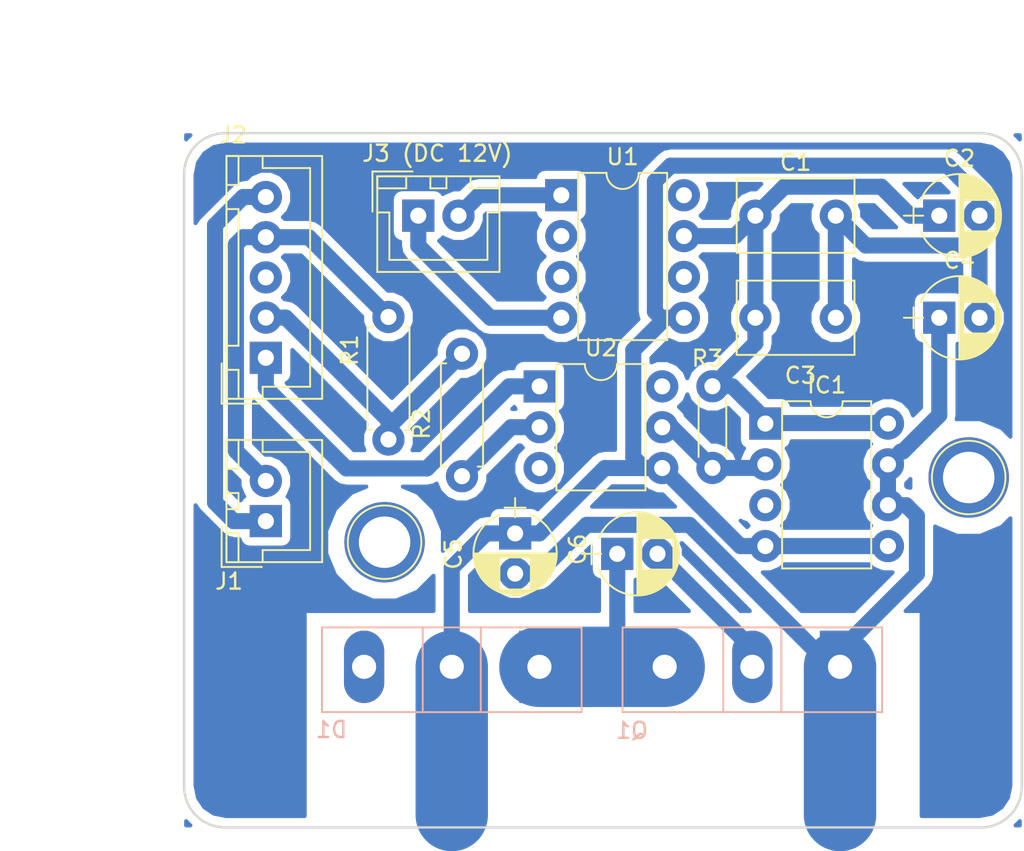
<source format=kicad_pcb>
(kicad_pcb (version 4) (host pcbnew 4.0.6)

  (general
    (links 33)
    (no_connects 1)
    (area 110.414999 85.014999 162.635001 128.345001)
    (thickness 1.6)
    (drawings 10)
    (tracks 101)
    (zones 0)
    (modules 19)
    (nets 19)
  )

  (page A4)
  (layers
    (0 F.Cu signal)
    (31 B.Cu signal)
    (32 B.Adhes user hide)
    (33 F.Adhes user hide)
    (34 B.Paste user hide)
    (35 F.Paste user hide)
    (36 B.SilkS user hide)
    (37 F.SilkS user hide)
    (38 B.Mask user hide)
    (39 F.Mask user hide)
    (40 Dwgs.User user)
    (41 Cmts.User user hide)
    (42 Eco1.User user hide)
    (43 Eco2.User user hide)
    (44 Edge.Cuts user)
    (45 Margin user hide)
    (46 B.CrtYd user)
    (47 F.CrtYd user)
    (48 B.Fab user hide)
    (49 F.Fab user hide)
  )

  (setup
    (last_trace_width 1)
    (trace_clearance 0.3)
    (zone_clearance 0.508)
    (zone_45_only no)
    (trace_min 0.2)
    (segment_width 0.2)
    (edge_width 0.15)
    (via_size 1.5)
    (via_drill 0.8)
    (via_min_size 0.4)
    (via_min_drill 0.3)
    (uvia_size 0.3)
    (uvia_drill 0.1)
    (uvias_allowed no)
    (uvia_min_size 0.2)
    (uvia_min_drill 0.1)
    (pcb_text_width 0.3)
    (pcb_text_size 1.5 1.5)
    (mod_edge_width 0.15)
    (mod_text_size 1 1)
    (mod_text_width 0.15)
    (pad_size 5 5)
    (pad_drill 3.2)
    (pad_to_mask_clearance 0.2)
    (aux_axis_origin 109.22 130.175)
    (visible_elements 7FFEFFFF)
    (pcbplotparams
      (layerselection 0x01000_80000000)
      (usegerberextensions false)
      (excludeedgelayer true)
      (linewidth 0.100000)
      (plotframeref false)
      (viasonmask false)
      (mode 1)
      (useauxorigin true)
      (hpglpennumber 1)
      (hpglpenspeed 20)
      (hpglpendiameter 15)
      (hpglpenoverlay 2)
      (psnegative false)
      (psa4output false)
      (plotreference true)
      (plotvalue true)
      (plotinvisibletext false)
      (padsonsilk false)
      (subtractmaskfromsilk false)
      (outputformat 1)
      (mirror false)
      (drillshape 0)
      (scaleselection 1)
      (outputdirectory GRB/))
  )

  (net 0 "")
  (net 1 GND_ISO)
  (net 2 ARD_GND)
  (net 3 DC_IN)
  (net 4 DC_ISO)
  (net 5 "Net-(C4-Pad1)")
  (net 6 "Net-(D1-Pad3)")
  (net 7 "Net-(IC1-Pad2)")
  (net 8 "Net-(IC1-Pad3)")
  (net 9 ARD_5V)
  (net 10 ARD_TEMP)
  (net 11 ARD_PWM)
  (net 12 ARD_SRC_V)
  (net 13 "Net-(R2-Pad2)")
  (net 14 DC_GND)
  (net 15 "Net-(U2-Pad3)")
  (net 16 "Net-(U2-Pad6)")
  (net 17 "Net-(C6-Pad1)")
  (net 18 "Net-(C6-Pad2)")

  (net_class Default "This is the default net class."
    (clearance 0.3)
    (trace_width 1)
    (via_dia 1.5)
    (via_drill 0.8)
    (uvia_dia 0.3)
    (uvia_drill 0.1)
    (add_net ARD_5V)
    (add_net ARD_GND)
    (add_net ARD_PWM)
    (add_net ARD_SRC_V)
    (add_net ARD_TEMP)
    (add_net DC_GND)
    (add_net DC_IN)
    (add_net DC_ISO)
    (add_net GND_ISO)
    (add_net "Net-(C4-Pad1)")
    (add_net "Net-(C6-Pad1)")
    (add_net "Net-(C6-Pad2)")
    (add_net "Net-(D1-Pad3)")
    (add_net "Net-(IC1-Pad2)")
    (add_net "Net-(IC1-Pad3)")
    (add_net "Net-(R2-Pad2)")
    (add_net "Net-(U2-Pad3)")
    (add_net "Net-(U2-Pad6)")
  )

  (module Capacitors_THT:CP_Radial_D5.0mm_P2.50mm (layer F.Cu) (tedit 5946E255) (tstamp 593FC3BE)
    (at 157.43 90.22)
    (descr "CP, Radial series, Radial, pin pitch=2.50mm, , diameter=5mm, Electrolytic Capacitor")
    (tags "CP Radial series Radial pin pitch 2.50mm  diameter 5mm Electrolytic Capacitor")
    (path /592ACB50)
    (fp_text reference C2 (at 1.25 -3.56) (layer F.SilkS)
      (effects (font (size 1 1) (thickness 0.15)))
    )
    (fp_text value 4.7uF (at 1.25 3.56) (layer F.Fab)
      (effects (font (size 1 1) (thickness 0.15)))
    )
    (fp_text user %R (at 0.775 0) (layer F.Fab)
      (effects (font (size 1 1) (thickness 0.15)))
    )
    (fp_line (start -2.2 0) (end -1 0) (layer F.Fab) (width 0.1))
    (fp_line (start -1.6 -0.65) (end -1.6 0.65) (layer F.Fab) (width 0.1))
    (fp_line (start 1.25 -2.55) (end 1.25 2.55) (layer F.SilkS) (width 0.12))
    (fp_line (start 1.29 -2.55) (end 1.29 2.55) (layer F.SilkS) (width 0.12))
    (fp_line (start 1.33 -2.549) (end 1.33 2.549) (layer F.SilkS) (width 0.12))
    (fp_line (start 1.37 -2.548) (end 1.37 2.548) (layer F.SilkS) (width 0.12))
    (fp_line (start 1.41 -2.546) (end 1.41 2.546) (layer F.SilkS) (width 0.12))
    (fp_line (start 1.45 -2.543) (end 1.45 2.543) (layer F.SilkS) (width 0.12))
    (fp_line (start 1.49 -2.539) (end 1.49 2.539) (layer F.SilkS) (width 0.12))
    (fp_line (start 1.53 -2.535) (end 1.53 -0.98) (layer F.SilkS) (width 0.12))
    (fp_line (start 1.53 0.98) (end 1.53 2.535) (layer F.SilkS) (width 0.12))
    (fp_line (start 1.57 -2.531) (end 1.57 -0.98) (layer F.SilkS) (width 0.12))
    (fp_line (start 1.57 0.98) (end 1.57 2.531) (layer F.SilkS) (width 0.12))
    (fp_line (start 1.61 -2.525) (end 1.61 -0.98) (layer F.SilkS) (width 0.12))
    (fp_line (start 1.61 0.98) (end 1.61 2.525) (layer F.SilkS) (width 0.12))
    (fp_line (start 1.65 -2.519) (end 1.65 -0.98) (layer F.SilkS) (width 0.12))
    (fp_line (start 1.65 0.98) (end 1.65 2.519) (layer F.SilkS) (width 0.12))
    (fp_line (start 1.69 -2.513) (end 1.69 -0.98) (layer F.SilkS) (width 0.12))
    (fp_line (start 1.69 0.98) (end 1.69 2.513) (layer F.SilkS) (width 0.12))
    (fp_line (start 1.73 -2.506) (end 1.73 -0.98) (layer F.SilkS) (width 0.12))
    (fp_line (start 1.73 0.98) (end 1.73 2.506) (layer F.SilkS) (width 0.12))
    (fp_line (start 1.77 -2.498) (end 1.77 -0.98) (layer F.SilkS) (width 0.12))
    (fp_line (start 1.77 0.98) (end 1.77 2.498) (layer F.SilkS) (width 0.12))
    (fp_line (start 1.81 -2.489) (end 1.81 -0.98) (layer F.SilkS) (width 0.12))
    (fp_line (start 1.81 0.98) (end 1.81 2.489) (layer F.SilkS) (width 0.12))
    (fp_line (start 1.85 -2.48) (end 1.85 -0.98) (layer F.SilkS) (width 0.12))
    (fp_line (start 1.85 0.98) (end 1.85 2.48) (layer F.SilkS) (width 0.12))
    (fp_line (start 1.89 -2.47) (end 1.89 -0.98) (layer F.SilkS) (width 0.12))
    (fp_line (start 1.89 0.98) (end 1.89 2.47) (layer F.SilkS) (width 0.12))
    (fp_line (start 1.93 -2.46) (end 1.93 -0.98) (layer F.SilkS) (width 0.12))
    (fp_line (start 1.93 0.98) (end 1.93 2.46) (layer F.SilkS) (width 0.12))
    (fp_line (start 1.971 -2.448) (end 1.971 -0.98) (layer F.SilkS) (width 0.12))
    (fp_line (start 1.971 0.98) (end 1.971 2.448) (layer F.SilkS) (width 0.12))
    (fp_line (start 2.011 -2.436) (end 2.011 -0.98) (layer F.SilkS) (width 0.12))
    (fp_line (start 2.011 0.98) (end 2.011 2.436) (layer F.SilkS) (width 0.12))
    (fp_line (start 2.051 -2.424) (end 2.051 -0.98) (layer F.SilkS) (width 0.12))
    (fp_line (start 2.051 0.98) (end 2.051 2.424) (layer F.SilkS) (width 0.12))
    (fp_line (start 2.091 -2.41) (end 2.091 -0.98) (layer F.SilkS) (width 0.12))
    (fp_line (start 2.091 0.98) (end 2.091 2.41) (layer F.SilkS) (width 0.12))
    (fp_line (start 2.131 -2.396) (end 2.131 -0.98) (layer F.SilkS) (width 0.12))
    (fp_line (start 2.131 0.98) (end 2.131 2.396) (layer F.SilkS) (width 0.12))
    (fp_line (start 2.171 -2.382) (end 2.171 -0.98) (layer F.SilkS) (width 0.12))
    (fp_line (start 2.171 0.98) (end 2.171 2.382) (layer F.SilkS) (width 0.12))
    (fp_line (start 2.211 -2.366) (end 2.211 -0.98) (layer F.SilkS) (width 0.12))
    (fp_line (start 2.211 0.98) (end 2.211 2.366) (layer F.SilkS) (width 0.12))
    (fp_line (start 2.251 -2.35) (end 2.251 -0.98) (layer F.SilkS) (width 0.12))
    (fp_line (start 2.251 0.98) (end 2.251 2.35) (layer F.SilkS) (width 0.12))
    (fp_line (start 2.291 -2.333) (end 2.291 -0.98) (layer F.SilkS) (width 0.12))
    (fp_line (start 2.291 0.98) (end 2.291 2.333) (layer F.SilkS) (width 0.12))
    (fp_line (start 2.331 -2.315) (end 2.331 -0.98) (layer F.SilkS) (width 0.12))
    (fp_line (start 2.331 0.98) (end 2.331 2.315) (layer F.SilkS) (width 0.12))
    (fp_line (start 2.371 -2.296) (end 2.371 -0.98) (layer F.SilkS) (width 0.12))
    (fp_line (start 2.371 0.98) (end 2.371 2.296) (layer F.SilkS) (width 0.12))
    (fp_line (start 2.411 -2.276) (end 2.411 -0.98) (layer F.SilkS) (width 0.12))
    (fp_line (start 2.411 0.98) (end 2.411 2.276) (layer F.SilkS) (width 0.12))
    (fp_line (start 2.451 -2.256) (end 2.451 -0.98) (layer F.SilkS) (width 0.12))
    (fp_line (start 2.451 0.98) (end 2.451 2.256) (layer F.SilkS) (width 0.12))
    (fp_line (start 2.491 -2.234) (end 2.491 -0.98) (layer F.SilkS) (width 0.12))
    (fp_line (start 2.491 0.98) (end 2.491 2.234) (layer F.SilkS) (width 0.12))
    (fp_line (start 2.531 -2.212) (end 2.531 -0.98) (layer F.SilkS) (width 0.12))
    (fp_line (start 2.531 0.98) (end 2.531 2.212) (layer F.SilkS) (width 0.12))
    (fp_line (start 2.571 -2.189) (end 2.571 -0.98) (layer F.SilkS) (width 0.12))
    (fp_line (start 2.571 0.98) (end 2.571 2.189) (layer F.SilkS) (width 0.12))
    (fp_line (start 2.611 -2.165) (end 2.611 -0.98) (layer F.SilkS) (width 0.12))
    (fp_line (start 2.611 0.98) (end 2.611 2.165) (layer F.SilkS) (width 0.12))
    (fp_line (start 2.651 -2.14) (end 2.651 -0.98) (layer F.SilkS) (width 0.12))
    (fp_line (start 2.651 0.98) (end 2.651 2.14) (layer F.SilkS) (width 0.12))
    (fp_line (start 2.691 -2.113) (end 2.691 -0.98) (layer F.SilkS) (width 0.12))
    (fp_line (start 2.691 0.98) (end 2.691 2.113) (layer F.SilkS) (width 0.12))
    (fp_line (start 2.731 -2.086) (end 2.731 -0.98) (layer F.SilkS) (width 0.12))
    (fp_line (start 2.731 0.98) (end 2.731 2.086) (layer F.SilkS) (width 0.12))
    (fp_line (start 2.771 -2.058) (end 2.771 -0.98) (layer F.SilkS) (width 0.12))
    (fp_line (start 2.771 0.98) (end 2.771 2.058) (layer F.SilkS) (width 0.12))
    (fp_line (start 2.811 -2.028) (end 2.811 -0.98) (layer F.SilkS) (width 0.12))
    (fp_line (start 2.811 0.98) (end 2.811 2.028) (layer F.SilkS) (width 0.12))
    (fp_line (start 2.851 -1.997) (end 2.851 -0.98) (layer F.SilkS) (width 0.12))
    (fp_line (start 2.851 0.98) (end 2.851 1.997) (layer F.SilkS) (width 0.12))
    (fp_line (start 2.891 -1.965) (end 2.891 -0.98) (layer F.SilkS) (width 0.12))
    (fp_line (start 2.891 0.98) (end 2.891 1.965) (layer F.SilkS) (width 0.12))
    (fp_line (start 2.931 -1.932) (end 2.931 -0.98) (layer F.SilkS) (width 0.12))
    (fp_line (start 2.931 0.98) (end 2.931 1.932) (layer F.SilkS) (width 0.12))
    (fp_line (start 2.971 -1.897) (end 2.971 -0.98) (layer F.SilkS) (width 0.12))
    (fp_line (start 2.971 0.98) (end 2.971 1.897) (layer F.SilkS) (width 0.12))
    (fp_line (start 3.011 -1.861) (end 3.011 -0.98) (layer F.SilkS) (width 0.12))
    (fp_line (start 3.011 0.98) (end 3.011 1.861) (layer F.SilkS) (width 0.12))
    (fp_line (start 3.051 -1.823) (end 3.051 -0.98) (layer F.SilkS) (width 0.12))
    (fp_line (start 3.051 0.98) (end 3.051 1.823) (layer F.SilkS) (width 0.12))
    (fp_line (start 3.091 -1.783) (end 3.091 -0.98) (layer F.SilkS) (width 0.12))
    (fp_line (start 3.091 0.98) (end 3.091 1.783) (layer F.SilkS) (width 0.12))
    (fp_line (start 3.131 -1.742) (end 3.131 -0.98) (layer F.SilkS) (width 0.12))
    (fp_line (start 3.131 0.98) (end 3.131 1.742) (layer F.SilkS) (width 0.12))
    (fp_line (start 3.171 -1.699) (end 3.171 -0.98) (layer F.SilkS) (width 0.12))
    (fp_line (start 3.171 0.98) (end 3.171 1.699) (layer F.SilkS) (width 0.12))
    (fp_line (start 3.211 -1.654) (end 3.211 -0.98) (layer F.SilkS) (width 0.12))
    (fp_line (start 3.211 0.98) (end 3.211 1.654) (layer F.SilkS) (width 0.12))
    (fp_line (start 3.251 -1.606) (end 3.251 -0.98) (layer F.SilkS) (width 0.12))
    (fp_line (start 3.251 0.98) (end 3.251 1.606) (layer F.SilkS) (width 0.12))
    (fp_line (start 3.291 -1.556) (end 3.291 -0.98) (layer F.SilkS) (width 0.12))
    (fp_line (start 3.291 0.98) (end 3.291 1.556) (layer F.SilkS) (width 0.12))
    (fp_line (start 3.331 -1.504) (end 3.331 -0.98) (layer F.SilkS) (width 0.12))
    (fp_line (start 3.331 0.98) (end 3.331 1.504) (layer F.SilkS) (width 0.12))
    (fp_line (start 3.371 -1.448) (end 3.371 -0.98) (layer F.SilkS) (width 0.12))
    (fp_line (start 3.371 0.98) (end 3.371 1.448) (layer F.SilkS) (width 0.12))
    (fp_line (start 3.411 -1.39) (end 3.411 -0.98) (layer F.SilkS) (width 0.12))
    (fp_line (start 3.411 0.98) (end 3.411 1.39) (layer F.SilkS) (width 0.12))
    (fp_line (start 3.451 -1.327) (end 3.451 -0.98) (layer F.SilkS) (width 0.12))
    (fp_line (start 3.451 0.98) (end 3.451 1.327) (layer F.SilkS) (width 0.12))
    (fp_line (start 3.491 -1.261) (end 3.491 1.261) (layer F.SilkS) (width 0.12))
    (fp_line (start 3.531 -1.189) (end 3.531 1.189) (layer F.SilkS) (width 0.12))
    (fp_line (start 3.571 -1.112) (end 3.571 1.112) (layer F.SilkS) (width 0.12))
    (fp_line (start 3.611 -1.028) (end 3.611 1.028) (layer F.SilkS) (width 0.12))
    (fp_line (start 3.651 -0.934) (end 3.651 0.934) (layer F.SilkS) (width 0.12))
    (fp_line (start 3.691 -0.829) (end 3.691 0.829) (layer F.SilkS) (width 0.12))
    (fp_line (start 3.731 -0.707) (end 3.731 0.707) (layer F.SilkS) (width 0.12))
    (fp_line (start 3.771 -0.559) (end 3.771 0.559) (layer F.SilkS) (width 0.12))
    (fp_line (start 3.811 -0.354) (end 3.811 0.354) (layer F.SilkS) (width 0.12))
    (fp_line (start -2.2 0) (end -1 0) (layer F.SilkS) (width 0.12))
    (fp_line (start -1.6 -0.65) (end -1.6 0.65) (layer F.SilkS) (width 0.12))
    (fp_line (start -1.6 -2.85) (end -1.6 2.85) (layer F.CrtYd) (width 0.05))
    (fp_line (start -1.6 2.85) (end 4.1 2.85) (layer F.CrtYd) (width 0.05))
    (fp_line (start 4.1 2.85) (end 4.1 -2.85) (layer F.CrtYd) (width 0.05))
    (fp_line (start 4.1 -2.85) (end -1.6 -2.85) (layer F.CrtYd) (width 0.05))
    (fp_circle (center 1.25 0) (end 3.75 0) (layer F.Fab) (width 0.1))
    (fp_arc (start 1.25 0) (end -1.147436 -0.98) (angle 135.5) (layer F.SilkS) (width 0.12))
    (fp_arc (start 1.25 0) (end -1.147436 0.98) (angle -135.5) (layer F.SilkS) (width 0.12))
    (fp_arc (start 1.25 0) (end 3.647436 -0.98) (angle 44.5) (layer F.SilkS) (width 0.12))
    (pad 1 thru_hole rect (at 0 0) (size 2 2) (drill 1) (layers *.Cu *.Mask)
      (net 4 DC_ISO))
    (pad 2 thru_hole circle (at 2.5 0) (size 2 2) (drill 1) (layers *.Cu *.Mask)
      (net 1 GND_ISO))
    (model ${KISYS3DMOD}/Capacitors_THT.3dshapes/CP_Radial_D5.0mm_P2.50mm.wrl
      (at (xyz 0 0 0))
      (scale (xyz 0.393701 0.393701 0.393701))
      (rotate (xyz 0 0 0))
    )
  )

  (module Capacitors_THT:C_Rect_L7.2mm_W4.5mm_P5.00mm_FKS2_FKP2_MKS2_MKP2 (layer F.Cu) (tedit 5946DA2C) (tstamp 593FC3B8)
    (at 146 90.22)
    (descr "C, Rect series, Radial, pin pitch=5.00mm, , length*width=7.2*4.5mm^2, Capacitor, http://www.wima.com/EN/WIMA_FKS_2.pdf")
    (tags "C Rect series Radial pin pitch 5.00mm  length 7.2mm width 4.5mm Capacitor")
    (path /592EA608)
    (fp_text reference C1 (at 2.5 -3.31) (layer F.SilkS)
      (effects (font (size 1 1) (thickness 0.15)))
    )
    (fp_text value 100nF (at 2.5 3.31) (layer F.Fab)
      (effects (font (size 1 1) (thickness 0.15)))
    )
    (fp_text user %R (at 2.5 0) (layer F.Fab)
      (effects (font (size 1 1) (thickness 0.15)))
    )
    (fp_line (start -1.1 -2.25) (end -1.1 2.25) (layer F.Fab) (width 0.1))
    (fp_line (start -1.1 2.25) (end 6.1 2.25) (layer F.Fab) (width 0.1))
    (fp_line (start 6.1 2.25) (end 6.1 -2.25) (layer F.Fab) (width 0.1))
    (fp_line (start 6.1 -2.25) (end -1.1 -2.25) (layer F.Fab) (width 0.1))
    (fp_line (start -1.16 -2.31) (end 6.16 -2.31) (layer F.SilkS) (width 0.12))
    (fp_line (start -1.16 2.31) (end 6.16 2.31) (layer F.SilkS) (width 0.12))
    (fp_line (start -1.16 -2.31) (end -1.16 2.31) (layer F.SilkS) (width 0.12))
    (fp_line (start 6.16 -2.31) (end 6.16 2.31) (layer F.SilkS) (width 0.12))
    (fp_line (start -1.45 -2.6) (end -1.45 2.6) (layer F.CrtYd) (width 0.05))
    (fp_line (start -1.45 2.6) (end 6.45 2.6) (layer F.CrtYd) (width 0.05))
    (fp_line (start 6.45 2.6) (end 6.45 -2.6) (layer F.CrtYd) (width 0.05))
    (fp_line (start 6.45 -2.6) (end -1.45 -2.6) (layer F.CrtYd) (width 0.05))
    (pad 1 thru_hole circle (at 0 0) (size 2 2) (drill 1) (layers *.Cu *.Mask)
      (net 4 DC_ISO))
    (pad 2 thru_hole circle (at 5 0) (size 2 2) (drill 1) (layers *.Cu *.Mask)
      (net 1 GND_ISO))
    (model ${KISYS3DMOD}/Capacitors_THT.3dshapes/C_Rect_L7.2mm_W4.5mm_P5.00mm_FKS2_FKP2_MKS2_MKP2.wrl
      (at (xyz 0 0 0))
      (scale (xyz 0.3937007874015748 0.3937007874015748 0.3937007874015748))
      (rotate (xyz 0 0 0))
    )
  )

  (module Capacitors_THT:C_Rect_L7.2mm_W4.5mm_P5.00mm_FKS2_FKP2_MKS2_MKP2 (layer F.Cu) (tedit 5946DA18) (tstamp 593FC3C4)
    (at 146 96.57)
    (descr "C, Rect series, Radial, pin pitch=5.00mm, , length*width=7.2*4.5mm^2, Capacitor, http://www.wima.com/EN/WIMA_FKS_2.pdf")
    (tags "C Rect series Radial pin pitch 5.00mm  length 7.2mm width 4.5mm Capacitor")
    (path /592ACBF5)
    (fp_text reference C3 (at 2.8 3.59) (layer F.SilkS)
      (effects (font (size 1 1) (thickness 0.15)))
    )
    (fp_text value 100nF (at 2.5 3.31) (layer F.Fab)
      (effects (font (size 1 1) (thickness 0.15)))
    )
    (fp_text user %R (at 2.5 0) (layer F.Fab)
      (effects (font (size 1 1) (thickness 0.15)))
    )
    (fp_line (start -1.1 -2.25) (end -1.1 2.25) (layer F.Fab) (width 0.1))
    (fp_line (start -1.1 2.25) (end 6.1 2.25) (layer F.Fab) (width 0.1))
    (fp_line (start 6.1 2.25) (end 6.1 -2.25) (layer F.Fab) (width 0.1))
    (fp_line (start 6.1 -2.25) (end -1.1 -2.25) (layer F.Fab) (width 0.1))
    (fp_line (start -1.16 -2.31) (end 6.16 -2.31) (layer F.SilkS) (width 0.12))
    (fp_line (start -1.16 2.31) (end 6.16 2.31) (layer F.SilkS) (width 0.12))
    (fp_line (start -1.16 -2.31) (end -1.16 2.31) (layer F.SilkS) (width 0.12))
    (fp_line (start 6.16 -2.31) (end 6.16 2.31) (layer F.SilkS) (width 0.12))
    (fp_line (start -1.45 -2.6) (end -1.45 2.6) (layer F.CrtYd) (width 0.05))
    (fp_line (start -1.45 2.6) (end 6.45 2.6) (layer F.CrtYd) (width 0.05))
    (fp_line (start 6.45 2.6) (end 6.45 -2.6) (layer F.CrtYd) (width 0.05))
    (fp_line (start 6.45 -2.6) (end -1.45 -2.6) (layer F.CrtYd) (width 0.05))
    (pad 1 thru_hole circle (at 0 0) (size 2 2) (drill 1) (layers *.Cu *.Mask)
      (net 4 DC_ISO))
    (pad 2 thru_hole circle (at 5 0) (size 2 2) (drill 1) (layers *.Cu *.Mask)
      (net 1 GND_ISO))
    (model ${KISYS3DMOD}/Capacitors_THT.3dshapes/C_Rect_L7.2mm_W4.5mm_P5.00mm_FKS2_FKP2_MKS2_MKP2.wrl
      (at (xyz 0 0 0))
      (scale (xyz 0.3937007874015748 0.3937007874015748 0.3937007874015748))
      (rotate (xyz 0 0 0))
    )
  )

  (module Capacitors_THT:CP_Radial_D5.0mm_P2.50mm (layer F.Cu) (tedit 5946DA02) (tstamp 593FC3CA)
    (at 157.43 96.57)
    (descr "CP, Radial series, Radial, pin pitch=2.50mm, , diameter=5mm, Electrolytic Capacitor")
    (tags "CP Radial series Radial pin pitch 2.50mm  diameter 5mm Electrolytic Capacitor")
    (path /592ED18A)
    (fp_text reference C4 (at 1.25 -3.56) (layer F.SilkS)
      (effects (font (size 1 1) (thickness 0.15)))
    )
    (fp_text value 4.7uF (at 1.25 3.56) (layer F.Fab)
      (effects (font (size 1 1) (thickness 0.15)))
    )
    (fp_text user %R (at 0.775 0) (layer F.Fab)
      (effects (font (size 1 1) (thickness 0.15)))
    )
    (fp_line (start -2.2 0) (end -1 0) (layer F.Fab) (width 0.1))
    (fp_line (start -1.6 -0.65) (end -1.6 0.65) (layer F.Fab) (width 0.1))
    (fp_line (start 1.25 -2.55) (end 1.25 2.55) (layer F.SilkS) (width 0.12))
    (fp_line (start 1.29 -2.55) (end 1.29 2.55) (layer F.SilkS) (width 0.12))
    (fp_line (start 1.33 -2.549) (end 1.33 2.549) (layer F.SilkS) (width 0.12))
    (fp_line (start 1.37 -2.548) (end 1.37 2.548) (layer F.SilkS) (width 0.12))
    (fp_line (start 1.41 -2.546) (end 1.41 2.546) (layer F.SilkS) (width 0.12))
    (fp_line (start 1.45 -2.543) (end 1.45 2.543) (layer F.SilkS) (width 0.12))
    (fp_line (start 1.49 -2.539) (end 1.49 2.539) (layer F.SilkS) (width 0.12))
    (fp_line (start 1.53 -2.535) (end 1.53 -0.98) (layer F.SilkS) (width 0.12))
    (fp_line (start 1.53 0.98) (end 1.53 2.535) (layer F.SilkS) (width 0.12))
    (fp_line (start 1.57 -2.531) (end 1.57 -0.98) (layer F.SilkS) (width 0.12))
    (fp_line (start 1.57 0.98) (end 1.57 2.531) (layer F.SilkS) (width 0.12))
    (fp_line (start 1.61 -2.525) (end 1.61 -0.98) (layer F.SilkS) (width 0.12))
    (fp_line (start 1.61 0.98) (end 1.61 2.525) (layer F.SilkS) (width 0.12))
    (fp_line (start 1.65 -2.519) (end 1.65 -0.98) (layer F.SilkS) (width 0.12))
    (fp_line (start 1.65 0.98) (end 1.65 2.519) (layer F.SilkS) (width 0.12))
    (fp_line (start 1.69 -2.513) (end 1.69 -0.98) (layer F.SilkS) (width 0.12))
    (fp_line (start 1.69 0.98) (end 1.69 2.513) (layer F.SilkS) (width 0.12))
    (fp_line (start 1.73 -2.506) (end 1.73 -0.98) (layer F.SilkS) (width 0.12))
    (fp_line (start 1.73 0.98) (end 1.73 2.506) (layer F.SilkS) (width 0.12))
    (fp_line (start 1.77 -2.498) (end 1.77 -0.98) (layer F.SilkS) (width 0.12))
    (fp_line (start 1.77 0.98) (end 1.77 2.498) (layer F.SilkS) (width 0.12))
    (fp_line (start 1.81 -2.489) (end 1.81 -0.98) (layer F.SilkS) (width 0.12))
    (fp_line (start 1.81 0.98) (end 1.81 2.489) (layer F.SilkS) (width 0.12))
    (fp_line (start 1.85 -2.48) (end 1.85 -0.98) (layer F.SilkS) (width 0.12))
    (fp_line (start 1.85 0.98) (end 1.85 2.48) (layer F.SilkS) (width 0.12))
    (fp_line (start 1.89 -2.47) (end 1.89 -0.98) (layer F.SilkS) (width 0.12))
    (fp_line (start 1.89 0.98) (end 1.89 2.47) (layer F.SilkS) (width 0.12))
    (fp_line (start 1.93 -2.46) (end 1.93 -0.98) (layer F.SilkS) (width 0.12))
    (fp_line (start 1.93 0.98) (end 1.93 2.46) (layer F.SilkS) (width 0.12))
    (fp_line (start 1.971 -2.448) (end 1.971 -0.98) (layer F.SilkS) (width 0.12))
    (fp_line (start 1.971 0.98) (end 1.971 2.448) (layer F.SilkS) (width 0.12))
    (fp_line (start 2.011 -2.436) (end 2.011 -0.98) (layer F.SilkS) (width 0.12))
    (fp_line (start 2.011 0.98) (end 2.011 2.436) (layer F.SilkS) (width 0.12))
    (fp_line (start 2.051 -2.424) (end 2.051 -0.98) (layer F.SilkS) (width 0.12))
    (fp_line (start 2.051 0.98) (end 2.051 2.424) (layer F.SilkS) (width 0.12))
    (fp_line (start 2.091 -2.41) (end 2.091 -0.98) (layer F.SilkS) (width 0.12))
    (fp_line (start 2.091 0.98) (end 2.091 2.41) (layer F.SilkS) (width 0.12))
    (fp_line (start 2.131 -2.396) (end 2.131 -0.98) (layer F.SilkS) (width 0.12))
    (fp_line (start 2.131 0.98) (end 2.131 2.396) (layer F.SilkS) (width 0.12))
    (fp_line (start 2.171 -2.382) (end 2.171 -0.98) (layer F.SilkS) (width 0.12))
    (fp_line (start 2.171 0.98) (end 2.171 2.382) (layer F.SilkS) (width 0.12))
    (fp_line (start 2.211 -2.366) (end 2.211 -0.98) (layer F.SilkS) (width 0.12))
    (fp_line (start 2.211 0.98) (end 2.211 2.366) (layer F.SilkS) (width 0.12))
    (fp_line (start 2.251 -2.35) (end 2.251 -0.98) (layer F.SilkS) (width 0.12))
    (fp_line (start 2.251 0.98) (end 2.251 2.35) (layer F.SilkS) (width 0.12))
    (fp_line (start 2.291 -2.333) (end 2.291 -0.98) (layer F.SilkS) (width 0.12))
    (fp_line (start 2.291 0.98) (end 2.291 2.333) (layer F.SilkS) (width 0.12))
    (fp_line (start 2.331 -2.315) (end 2.331 -0.98) (layer F.SilkS) (width 0.12))
    (fp_line (start 2.331 0.98) (end 2.331 2.315) (layer F.SilkS) (width 0.12))
    (fp_line (start 2.371 -2.296) (end 2.371 -0.98) (layer F.SilkS) (width 0.12))
    (fp_line (start 2.371 0.98) (end 2.371 2.296) (layer F.SilkS) (width 0.12))
    (fp_line (start 2.411 -2.276) (end 2.411 -0.98) (layer F.SilkS) (width 0.12))
    (fp_line (start 2.411 0.98) (end 2.411 2.276) (layer F.SilkS) (width 0.12))
    (fp_line (start 2.451 -2.256) (end 2.451 -0.98) (layer F.SilkS) (width 0.12))
    (fp_line (start 2.451 0.98) (end 2.451 2.256) (layer F.SilkS) (width 0.12))
    (fp_line (start 2.491 -2.234) (end 2.491 -0.98) (layer F.SilkS) (width 0.12))
    (fp_line (start 2.491 0.98) (end 2.491 2.234) (layer F.SilkS) (width 0.12))
    (fp_line (start 2.531 -2.212) (end 2.531 -0.98) (layer F.SilkS) (width 0.12))
    (fp_line (start 2.531 0.98) (end 2.531 2.212) (layer F.SilkS) (width 0.12))
    (fp_line (start 2.571 -2.189) (end 2.571 -0.98) (layer F.SilkS) (width 0.12))
    (fp_line (start 2.571 0.98) (end 2.571 2.189) (layer F.SilkS) (width 0.12))
    (fp_line (start 2.611 -2.165) (end 2.611 -0.98) (layer F.SilkS) (width 0.12))
    (fp_line (start 2.611 0.98) (end 2.611 2.165) (layer F.SilkS) (width 0.12))
    (fp_line (start 2.651 -2.14) (end 2.651 -0.98) (layer F.SilkS) (width 0.12))
    (fp_line (start 2.651 0.98) (end 2.651 2.14) (layer F.SilkS) (width 0.12))
    (fp_line (start 2.691 -2.113) (end 2.691 -0.98) (layer F.SilkS) (width 0.12))
    (fp_line (start 2.691 0.98) (end 2.691 2.113) (layer F.SilkS) (width 0.12))
    (fp_line (start 2.731 -2.086) (end 2.731 -0.98) (layer F.SilkS) (width 0.12))
    (fp_line (start 2.731 0.98) (end 2.731 2.086) (layer F.SilkS) (width 0.12))
    (fp_line (start 2.771 -2.058) (end 2.771 -0.98) (layer F.SilkS) (width 0.12))
    (fp_line (start 2.771 0.98) (end 2.771 2.058) (layer F.SilkS) (width 0.12))
    (fp_line (start 2.811 -2.028) (end 2.811 -0.98) (layer F.SilkS) (width 0.12))
    (fp_line (start 2.811 0.98) (end 2.811 2.028) (layer F.SilkS) (width 0.12))
    (fp_line (start 2.851 -1.997) (end 2.851 -0.98) (layer F.SilkS) (width 0.12))
    (fp_line (start 2.851 0.98) (end 2.851 1.997) (layer F.SilkS) (width 0.12))
    (fp_line (start 2.891 -1.965) (end 2.891 -0.98) (layer F.SilkS) (width 0.12))
    (fp_line (start 2.891 0.98) (end 2.891 1.965) (layer F.SilkS) (width 0.12))
    (fp_line (start 2.931 -1.932) (end 2.931 -0.98) (layer F.SilkS) (width 0.12))
    (fp_line (start 2.931 0.98) (end 2.931 1.932) (layer F.SilkS) (width 0.12))
    (fp_line (start 2.971 -1.897) (end 2.971 -0.98) (layer F.SilkS) (width 0.12))
    (fp_line (start 2.971 0.98) (end 2.971 1.897) (layer F.SilkS) (width 0.12))
    (fp_line (start 3.011 -1.861) (end 3.011 -0.98) (layer F.SilkS) (width 0.12))
    (fp_line (start 3.011 0.98) (end 3.011 1.861) (layer F.SilkS) (width 0.12))
    (fp_line (start 3.051 -1.823) (end 3.051 -0.98) (layer F.SilkS) (width 0.12))
    (fp_line (start 3.051 0.98) (end 3.051 1.823) (layer F.SilkS) (width 0.12))
    (fp_line (start 3.091 -1.783) (end 3.091 -0.98) (layer F.SilkS) (width 0.12))
    (fp_line (start 3.091 0.98) (end 3.091 1.783) (layer F.SilkS) (width 0.12))
    (fp_line (start 3.131 -1.742) (end 3.131 -0.98) (layer F.SilkS) (width 0.12))
    (fp_line (start 3.131 0.98) (end 3.131 1.742) (layer F.SilkS) (width 0.12))
    (fp_line (start 3.171 -1.699) (end 3.171 -0.98) (layer F.SilkS) (width 0.12))
    (fp_line (start 3.171 0.98) (end 3.171 1.699) (layer F.SilkS) (width 0.12))
    (fp_line (start 3.211 -1.654) (end 3.211 -0.98) (layer F.SilkS) (width 0.12))
    (fp_line (start 3.211 0.98) (end 3.211 1.654) (layer F.SilkS) (width 0.12))
    (fp_line (start 3.251 -1.606) (end 3.251 -0.98) (layer F.SilkS) (width 0.12))
    (fp_line (start 3.251 0.98) (end 3.251 1.606) (layer F.SilkS) (width 0.12))
    (fp_line (start 3.291 -1.556) (end 3.291 -0.98) (layer F.SilkS) (width 0.12))
    (fp_line (start 3.291 0.98) (end 3.291 1.556) (layer F.SilkS) (width 0.12))
    (fp_line (start 3.331 -1.504) (end 3.331 -0.98) (layer F.SilkS) (width 0.12))
    (fp_line (start 3.331 0.98) (end 3.331 1.504) (layer F.SilkS) (width 0.12))
    (fp_line (start 3.371 -1.448) (end 3.371 -0.98) (layer F.SilkS) (width 0.12))
    (fp_line (start 3.371 0.98) (end 3.371 1.448) (layer F.SilkS) (width 0.12))
    (fp_line (start 3.411 -1.39) (end 3.411 -0.98) (layer F.SilkS) (width 0.12))
    (fp_line (start 3.411 0.98) (end 3.411 1.39) (layer F.SilkS) (width 0.12))
    (fp_line (start 3.451 -1.327) (end 3.451 -0.98) (layer F.SilkS) (width 0.12))
    (fp_line (start 3.451 0.98) (end 3.451 1.327) (layer F.SilkS) (width 0.12))
    (fp_line (start 3.491 -1.261) (end 3.491 1.261) (layer F.SilkS) (width 0.12))
    (fp_line (start 3.531 -1.189) (end 3.531 1.189) (layer F.SilkS) (width 0.12))
    (fp_line (start 3.571 -1.112) (end 3.571 1.112) (layer F.SilkS) (width 0.12))
    (fp_line (start 3.611 -1.028) (end 3.611 1.028) (layer F.SilkS) (width 0.12))
    (fp_line (start 3.651 -0.934) (end 3.651 0.934) (layer F.SilkS) (width 0.12))
    (fp_line (start 3.691 -0.829) (end 3.691 0.829) (layer F.SilkS) (width 0.12))
    (fp_line (start 3.731 -0.707) (end 3.731 0.707) (layer F.SilkS) (width 0.12))
    (fp_line (start 3.771 -0.559) (end 3.771 0.559) (layer F.SilkS) (width 0.12))
    (fp_line (start 3.811 -0.354) (end 3.811 0.354) (layer F.SilkS) (width 0.12))
    (fp_line (start -2.2 0) (end -1 0) (layer F.SilkS) (width 0.12))
    (fp_line (start -1.6 -0.65) (end -1.6 0.65) (layer F.SilkS) (width 0.12))
    (fp_line (start -1.6 -2.85) (end -1.6 2.85) (layer F.CrtYd) (width 0.05))
    (fp_line (start -1.6 2.85) (end 4.1 2.85) (layer F.CrtYd) (width 0.05))
    (fp_line (start 4.1 2.85) (end 4.1 -2.85) (layer F.CrtYd) (width 0.05))
    (fp_line (start 4.1 -2.85) (end -1.6 -2.85) (layer F.CrtYd) (width 0.05))
    (fp_circle (center 1.25 0) (end 3.75 0) (layer F.Fab) (width 0.1))
    (fp_arc (start 1.25 0) (end -1.147436 -0.98) (angle 135.5) (layer F.SilkS) (width 0.12))
    (fp_arc (start 1.25 0) (end -1.147436 0.98) (angle -135.5) (layer F.SilkS) (width 0.12))
    (fp_arc (start 1.25 0) (end 3.647436 -0.98) (angle 44.5) (layer F.SilkS) (width 0.12))
    (pad 1 thru_hole rect (at 0 0) (size 2 2) (drill 1) (layers *.Cu *.Mask)
      (net 5 "Net-(C4-Pad1)"))
    (pad 2 thru_hole circle (at 2.5 0) (size 2 2) (drill 1) (layers *.Cu *.Mask)
      (net 1 GND_ISO))
    (model ${KISYS3DMOD}/Capacitors_THT.3dshapes/CP_Radial_D5.0mm_P2.50mm.wrl
      (at (xyz 0 0 0))
      (scale (xyz 0.393701 0.393701 0.393701))
      (rotate (xyz 0 0 0))
    )
  )

  (module Capacitors_THT:CP_Radial_D5.0mm_P2.50mm (layer F.Cu) (tedit 5946D9EA) (tstamp 59400358)
    (at 137.414 111.252)
    (descr "CP, Radial series, Radial, pin pitch=2.50mm, , diameter=5mm, Electrolytic Capacitor")
    (tags "CP Radial series Radial pin pitch 2.50mm  diameter 5mm Electrolytic Capacitor")
    (path /59400AF8)
    (fp_text reference C6 (at -2.47 -0.28 90) (layer F.SilkS)
      (effects (font (size 1 1) (thickness 0.15)))
    )
    (fp_text value C (at 1.25 3.56) (layer F.Fab)
      (effects (font (size 1 1) (thickness 0.15)))
    )
    (fp_text user %R (at 0.775 0) (layer F.Fab)
      (effects (font (size 1 1) (thickness 0.15)))
    )
    (fp_line (start -2.2 0) (end -1 0) (layer F.Fab) (width 0.1))
    (fp_line (start -1.6 -0.65) (end -1.6 0.65) (layer F.Fab) (width 0.1))
    (fp_line (start 1.25 -2.55) (end 1.25 2.55) (layer F.SilkS) (width 0.12))
    (fp_line (start 1.29 -2.55) (end 1.29 2.55) (layer F.SilkS) (width 0.12))
    (fp_line (start 1.33 -2.549) (end 1.33 2.549) (layer F.SilkS) (width 0.12))
    (fp_line (start 1.37 -2.548) (end 1.37 2.548) (layer F.SilkS) (width 0.12))
    (fp_line (start 1.41 -2.546) (end 1.41 2.546) (layer F.SilkS) (width 0.12))
    (fp_line (start 1.45 -2.543) (end 1.45 2.543) (layer F.SilkS) (width 0.12))
    (fp_line (start 1.49 -2.539) (end 1.49 2.539) (layer F.SilkS) (width 0.12))
    (fp_line (start 1.53 -2.535) (end 1.53 -0.98) (layer F.SilkS) (width 0.12))
    (fp_line (start 1.53 0.98) (end 1.53 2.535) (layer F.SilkS) (width 0.12))
    (fp_line (start 1.57 -2.531) (end 1.57 -0.98) (layer F.SilkS) (width 0.12))
    (fp_line (start 1.57 0.98) (end 1.57 2.531) (layer F.SilkS) (width 0.12))
    (fp_line (start 1.61 -2.525) (end 1.61 -0.98) (layer F.SilkS) (width 0.12))
    (fp_line (start 1.61 0.98) (end 1.61 2.525) (layer F.SilkS) (width 0.12))
    (fp_line (start 1.65 -2.519) (end 1.65 -0.98) (layer F.SilkS) (width 0.12))
    (fp_line (start 1.65 0.98) (end 1.65 2.519) (layer F.SilkS) (width 0.12))
    (fp_line (start 1.69 -2.513) (end 1.69 -0.98) (layer F.SilkS) (width 0.12))
    (fp_line (start 1.69 0.98) (end 1.69 2.513) (layer F.SilkS) (width 0.12))
    (fp_line (start 1.73 -2.506) (end 1.73 -0.98) (layer F.SilkS) (width 0.12))
    (fp_line (start 1.73 0.98) (end 1.73 2.506) (layer F.SilkS) (width 0.12))
    (fp_line (start 1.77 -2.498) (end 1.77 -0.98) (layer F.SilkS) (width 0.12))
    (fp_line (start 1.77 0.98) (end 1.77 2.498) (layer F.SilkS) (width 0.12))
    (fp_line (start 1.81 -2.489) (end 1.81 -0.98) (layer F.SilkS) (width 0.12))
    (fp_line (start 1.81 0.98) (end 1.81 2.489) (layer F.SilkS) (width 0.12))
    (fp_line (start 1.85 -2.48) (end 1.85 -0.98) (layer F.SilkS) (width 0.12))
    (fp_line (start 1.85 0.98) (end 1.85 2.48) (layer F.SilkS) (width 0.12))
    (fp_line (start 1.89 -2.47) (end 1.89 -0.98) (layer F.SilkS) (width 0.12))
    (fp_line (start 1.89 0.98) (end 1.89 2.47) (layer F.SilkS) (width 0.12))
    (fp_line (start 1.93 -2.46) (end 1.93 -0.98) (layer F.SilkS) (width 0.12))
    (fp_line (start 1.93 0.98) (end 1.93 2.46) (layer F.SilkS) (width 0.12))
    (fp_line (start 1.971 -2.448) (end 1.971 -0.98) (layer F.SilkS) (width 0.12))
    (fp_line (start 1.971 0.98) (end 1.971 2.448) (layer F.SilkS) (width 0.12))
    (fp_line (start 2.011 -2.436) (end 2.011 -0.98) (layer F.SilkS) (width 0.12))
    (fp_line (start 2.011 0.98) (end 2.011 2.436) (layer F.SilkS) (width 0.12))
    (fp_line (start 2.051 -2.424) (end 2.051 -0.98) (layer F.SilkS) (width 0.12))
    (fp_line (start 2.051 0.98) (end 2.051 2.424) (layer F.SilkS) (width 0.12))
    (fp_line (start 2.091 -2.41) (end 2.091 -0.98) (layer F.SilkS) (width 0.12))
    (fp_line (start 2.091 0.98) (end 2.091 2.41) (layer F.SilkS) (width 0.12))
    (fp_line (start 2.131 -2.396) (end 2.131 -0.98) (layer F.SilkS) (width 0.12))
    (fp_line (start 2.131 0.98) (end 2.131 2.396) (layer F.SilkS) (width 0.12))
    (fp_line (start 2.171 -2.382) (end 2.171 -0.98) (layer F.SilkS) (width 0.12))
    (fp_line (start 2.171 0.98) (end 2.171 2.382) (layer F.SilkS) (width 0.12))
    (fp_line (start 2.211 -2.366) (end 2.211 -0.98) (layer F.SilkS) (width 0.12))
    (fp_line (start 2.211 0.98) (end 2.211 2.366) (layer F.SilkS) (width 0.12))
    (fp_line (start 2.251 -2.35) (end 2.251 -0.98) (layer F.SilkS) (width 0.12))
    (fp_line (start 2.251 0.98) (end 2.251 2.35) (layer F.SilkS) (width 0.12))
    (fp_line (start 2.291 -2.333) (end 2.291 -0.98) (layer F.SilkS) (width 0.12))
    (fp_line (start 2.291 0.98) (end 2.291 2.333) (layer F.SilkS) (width 0.12))
    (fp_line (start 2.331 -2.315) (end 2.331 -0.98) (layer F.SilkS) (width 0.12))
    (fp_line (start 2.331 0.98) (end 2.331 2.315) (layer F.SilkS) (width 0.12))
    (fp_line (start 2.371 -2.296) (end 2.371 -0.98) (layer F.SilkS) (width 0.12))
    (fp_line (start 2.371 0.98) (end 2.371 2.296) (layer F.SilkS) (width 0.12))
    (fp_line (start 2.411 -2.276) (end 2.411 -0.98) (layer F.SilkS) (width 0.12))
    (fp_line (start 2.411 0.98) (end 2.411 2.276) (layer F.SilkS) (width 0.12))
    (fp_line (start 2.451 -2.256) (end 2.451 -0.98) (layer F.SilkS) (width 0.12))
    (fp_line (start 2.451 0.98) (end 2.451 2.256) (layer F.SilkS) (width 0.12))
    (fp_line (start 2.491 -2.234) (end 2.491 -0.98) (layer F.SilkS) (width 0.12))
    (fp_line (start 2.491 0.98) (end 2.491 2.234) (layer F.SilkS) (width 0.12))
    (fp_line (start 2.531 -2.212) (end 2.531 -0.98) (layer F.SilkS) (width 0.12))
    (fp_line (start 2.531 0.98) (end 2.531 2.212) (layer F.SilkS) (width 0.12))
    (fp_line (start 2.571 -2.189) (end 2.571 -0.98) (layer F.SilkS) (width 0.12))
    (fp_line (start 2.571 0.98) (end 2.571 2.189) (layer F.SilkS) (width 0.12))
    (fp_line (start 2.611 -2.165) (end 2.611 -0.98) (layer F.SilkS) (width 0.12))
    (fp_line (start 2.611 0.98) (end 2.611 2.165) (layer F.SilkS) (width 0.12))
    (fp_line (start 2.651 -2.14) (end 2.651 -0.98) (layer F.SilkS) (width 0.12))
    (fp_line (start 2.651 0.98) (end 2.651 2.14) (layer F.SilkS) (width 0.12))
    (fp_line (start 2.691 -2.113) (end 2.691 -0.98) (layer F.SilkS) (width 0.12))
    (fp_line (start 2.691 0.98) (end 2.691 2.113) (layer F.SilkS) (width 0.12))
    (fp_line (start 2.731 -2.086) (end 2.731 -0.98) (layer F.SilkS) (width 0.12))
    (fp_line (start 2.731 0.98) (end 2.731 2.086) (layer F.SilkS) (width 0.12))
    (fp_line (start 2.771 -2.058) (end 2.771 -0.98) (layer F.SilkS) (width 0.12))
    (fp_line (start 2.771 0.98) (end 2.771 2.058) (layer F.SilkS) (width 0.12))
    (fp_line (start 2.811 -2.028) (end 2.811 -0.98) (layer F.SilkS) (width 0.12))
    (fp_line (start 2.811 0.98) (end 2.811 2.028) (layer F.SilkS) (width 0.12))
    (fp_line (start 2.851 -1.997) (end 2.851 -0.98) (layer F.SilkS) (width 0.12))
    (fp_line (start 2.851 0.98) (end 2.851 1.997) (layer F.SilkS) (width 0.12))
    (fp_line (start 2.891 -1.965) (end 2.891 -0.98) (layer F.SilkS) (width 0.12))
    (fp_line (start 2.891 0.98) (end 2.891 1.965) (layer F.SilkS) (width 0.12))
    (fp_line (start 2.931 -1.932) (end 2.931 -0.98) (layer F.SilkS) (width 0.12))
    (fp_line (start 2.931 0.98) (end 2.931 1.932) (layer F.SilkS) (width 0.12))
    (fp_line (start 2.971 -1.897) (end 2.971 -0.98) (layer F.SilkS) (width 0.12))
    (fp_line (start 2.971 0.98) (end 2.971 1.897) (layer F.SilkS) (width 0.12))
    (fp_line (start 3.011 -1.861) (end 3.011 -0.98) (layer F.SilkS) (width 0.12))
    (fp_line (start 3.011 0.98) (end 3.011 1.861) (layer F.SilkS) (width 0.12))
    (fp_line (start 3.051 -1.823) (end 3.051 -0.98) (layer F.SilkS) (width 0.12))
    (fp_line (start 3.051 0.98) (end 3.051 1.823) (layer F.SilkS) (width 0.12))
    (fp_line (start 3.091 -1.783) (end 3.091 -0.98) (layer F.SilkS) (width 0.12))
    (fp_line (start 3.091 0.98) (end 3.091 1.783) (layer F.SilkS) (width 0.12))
    (fp_line (start 3.131 -1.742) (end 3.131 -0.98) (layer F.SilkS) (width 0.12))
    (fp_line (start 3.131 0.98) (end 3.131 1.742) (layer F.SilkS) (width 0.12))
    (fp_line (start 3.171 -1.699) (end 3.171 -0.98) (layer F.SilkS) (width 0.12))
    (fp_line (start 3.171 0.98) (end 3.171 1.699) (layer F.SilkS) (width 0.12))
    (fp_line (start 3.211 -1.654) (end 3.211 -0.98) (layer F.SilkS) (width 0.12))
    (fp_line (start 3.211 0.98) (end 3.211 1.654) (layer F.SilkS) (width 0.12))
    (fp_line (start 3.251 -1.606) (end 3.251 -0.98) (layer F.SilkS) (width 0.12))
    (fp_line (start 3.251 0.98) (end 3.251 1.606) (layer F.SilkS) (width 0.12))
    (fp_line (start 3.291 -1.556) (end 3.291 -0.98) (layer F.SilkS) (width 0.12))
    (fp_line (start 3.291 0.98) (end 3.291 1.556) (layer F.SilkS) (width 0.12))
    (fp_line (start 3.331 -1.504) (end 3.331 -0.98) (layer F.SilkS) (width 0.12))
    (fp_line (start 3.331 0.98) (end 3.331 1.504) (layer F.SilkS) (width 0.12))
    (fp_line (start 3.371 -1.448) (end 3.371 -0.98) (layer F.SilkS) (width 0.12))
    (fp_line (start 3.371 0.98) (end 3.371 1.448) (layer F.SilkS) (width 0.12))
    (fp_line (start 3.411 -1.39) (end 3.411 -0.98) (layer F.SilkS) (width 0.12))
    (fp_line (start 3.411 0.98) (end 3.411 1.39) (layer F.SilkS) (width 0.12))
    (fp_line (start 3.451 -1.327) (end 3.451 -0.98) (layer F.SilkS) (width 0.12))
    (fp_line (start 3.451 0.98) (end 3.451 1.327) (layer F.SilkS) (width 0.12))
    (fp_line (start 3.491 -1.261) (end 3.491 1.261) (layer F.SilkS) (width 0.12))
    (fp_line (start 3.531 -1.189) (end 3.531 1.189) (layer F.SilkS) (width 0.12))
    (fp_line (start 3.571 -1.112) (end 3.571 1.112) (layer F.SilkS) (width 0.12))
    (fp_line (start 3.611 -1.028) (end 3.611 1.028) (layer F.SilkS) (width 0.12))
    (fp_line (start 3.651 -0.934) (end 3.651 0.934) (layer F.SilkS) (width 0.12))
    (fp_line (start 3.691 -0.829) (end 3.691 0.829) (layer F.SilkS) (width 0.12))
    (fp_line (start 3.731 -0.707) (end 3.731 0.707) (layer F.SilkS) (width 0.12))
    (fp_line (start 3.771 -0.559) (end 3.771 0.559) (layer F.SilkS) (width 0.12))
    (fp_line (start 3.811 -0.354) (end 3.811 0.354) (layer F.SilkS) (width 0.12))
    (fp_line (start -2.2 0) (end -1 0) (layer F.SilkS) (width 0.12))
    (fp_line (start -1.6 -0.65) (end -1.6 0.65) (layer F.SilkS) (width 0.12))
    (fp_line (start -1.6 -2.85) (end -1.6 2.85) (layer F.CrtYd) (width 0.05))
    (fp_line (start -1.6 2.85) (end 4.1 2.85) (layer F.CrtYd) (width 0.05))
    (fp_line (start 4.1 2.85) (end 4.1 -2.85) (layer F.CrtYd) (width 0.05))
    (fp_line (start 4.1 -2.85) (end -1.6 -2.85) (layer F.CrtYd) (width 0.05))
    (fp_circle (center 1.25 0) (end 3.75 0) (layer F.Fab) (width 0.1))
    (fp_arc (start 1.25 0) (end -1.147436 -0.98) (angle 135.5) (layer F.SilkS) (width 0.12))
    (fp_arc (start 1.25 0) (end -1.147436 0.98) (angle -135.5) (layer F.SilkS) (width 0.12))
    (fp_arc (start 1.25 0) (end 3.647436 -0.98) (angle 44.5) (layer F.SilkS) (width 0.12))
    (pad 1 thru_hole rect (at 0 0) (size 2 2) (drill 1) (layers *.Cu *.Mask)
      (net 17 "Net-(C6-Pad1)"))
    (pad 2 thru_hole circle (at 2.5 0) (size 2 2) (drill 1) (layers *.Cu *.Mask)
      (net 18 "Net-(C6-Pad2)"))
    (model ${KISYS3DMOD}/Capacitors_THT.3dshapes/CP_Radial_D5.0mm_P2.50mm.wrl
      (at (xyz 0 0 0))
      (scale (xyz 0.3937007874015748 0.3937007874015748 0.3937007874015748))
      (rotate (xyz 0 0 0))
    )
  )

  (module Capacitors_THT:CP_Radial_D5.0mm_P2.50mm (layer F.Cu) (tedit 5946D9CE) (tstamp 59400418)
    (at 131.064 109.982 270)
    (descr "CP, Radial series, Radial, pin pitch=2.50mm, , diameter=5mm, Electrolytic Capacitor")
    (tags "CP Radial series Radial pin pitch 2.50mm  diameter 5mm Electrolytic Capacitor")
    (path /59400A26)
    (fp_text reference C5 (at 1.28 3.84 270) (layer F.SilkS)
      (effects (font (size 1 1) (thickness 0.15)))
    )
    (fp_text value C (at 1.25 3.56 270) (layer F.Fab)
      (effects (font (size 1 1) (thickness 0.15)))
    )
    (fp_text user %R (at 0.775 0 270) (layer F.Fab)
      (effects (font (size 1 1) (thickness 0.15)))
    )
    (fp_line (start -2.2 0) (end -1 0) (layer F.Fab) (width 0.1))
    (fp_line (start -1.6 -0.65) (end -1.6 0.65) (layer F.Fab) (width 0.1))
    (fp_line (start 1.25 -2.55) (end 1.25 2.55) (layer F.SilkS) (width 0.12))
    (fp_line (start 1.29 -2.55) (end 1.29 2.55) (layer F.SilkS) (width 0.12))
    (fp_line (start 1.33 -2.549) (end 1.33 2.549) (layer F.SilkS) (width 0.12))
    (fp_line (start 1.37 -2.548) (end 1.37 2.548) (layer F.SilkS) (width 0.12))
    (fp_line (start 1.41 -2.546) (end 1.41 2.546) (layer F.SilkS) (width 0.12))
    (fp_line (start 1.45 -2.543) (end 1.45 2.543) (layer F.SilkS) (width 0.12))
    (fp_line (start 1.49 -2.539) (end 1.49 2.539) (layer F.SilkS) (width 0.12))
    (fp_line (start 1.53 -2.535) (end 1.53 -0.98) (layer F.SilkS) (width 0.12))
    (fp_line (start 1.53 0.98) (end 1.53 2.535) (layer F.SilkS) (width 0.12))
    (fp_line (start 1.57 -2.531) (end 1.57 -0.98) (layer F.SilkS) (width 0.12))
    (fp_line (start 1.57 0.98) (end 1.57 2.531) (layer F.SilkS) (width 0.12))
    (fp_line (start 1.61 -2.525) (end 1.61 -0.98) (layer F.SilkS) (width 0.12))
    (fp_line (start 1.61 0.98) (end 1.61 2.525) (layer F.SilkS) (width 0.12))
    (fp_line (start 1.65 -2.519) (end 1.65 -0.98) (layer F.SilkS) (width 0.12))
    (fp_line (start 1.65 0.98) (end 1.65 2.519) (layer F.SilkS) (width 0.12))
    (fp_line (start 1.69 -2.513) (end 1.69 -0.98) (layer F.SilkS) (width 0.12))
    (fp_line (start 1.69 0.98) (end 1.69 2.513) (layer F.SilkS) (width 0.12))
    (fp_line (start 1.73 -2.506) (end 1.73 -0.98) (layer F.SilkS) (width 0.12))
    (fp_line (start 1.73 0.98) (end 1.73 2.506) (layer F.SilkS) (width 0.12))
    (fp_line (start 1.77 -2.498) (end 1.77 -0.98) (layer F.SilkS) (width 0.12))
    (fp_line (start 1.77 0.98) (end 1.77 2.498) (layer F.SilkS) (width 0.12))
    (fp_line (start 1.81 -2.489) (end 1.81 -0.98) (layer F.SilkS) (width 0.12))
    (fp_line (start 1.81 0.98) (end 1.81 2.489) (layer F.SilkS) (width 0.12))
    (fp_line (start 1.85 -2.48) (end 1.85 -0.98) (layer F.SilkS) (width 0.12))
    (fp_line (start 1.85 0.98) (end 1.85 2.48) (layer F.SilkS) (width 0.12))
    (fp_line (start 1.89 -2.47) (end 1.89 -0.98) (layer F.SilkS) (width 0.12))
    (fp_line (start 1.89 0.98) (end 1.89 2.47) (layer F.SilkS) (width 0.12))
    (fp_line (start 1.93 -2.46) (end 1.93 -0.98) (layer F.SilkS) (width 0.12))
    (fp_line (start 1.93 0.98) (end 1.93 2.46) (layer F.SilkS) (width 0.12))
    (fp_line (start 1.971 -2.448) (end 1.971 -0.98) (layer F.SilkS) (width 0.12))
    (fp_line (start 1.971 0.98) (end 1.971 2.448) (layer F.SilkS) (width 0.12))
    (fp_line (start 2.011 -2.436) (end 2.011 -0.98) (layer F.SilkS) (width 0.12))
    (fp_line (start 2.011 0.98) (end 2.011 2.436) (layer F.SilkS) (width 0.12))
    (fp_line (start 2.051 -2.424) (end 2.051 -0.98) (layer F.SilkS) (width 0.12))
    (fp_line (start 2.051 0.98) (end 2.051 2.424) (layer F.SilkS) (width 0.12))
    (fp_line (start 2.091 -2.41) (end 2.091 -0.98) (layer F.SilkS) (width 0.12))
    (fp_line (start 2.091 0.98) (end 2.091 2.41) (layer F.SilkS) (width 0.12))
    (fp_line (start 2.131 -2.396) (end 2.131 -0.98) (layer F.SilkS) (width 0.12))
    (fp_line (start 2.131 0.98) (end 2.131 2.396) (layer F.SilkS) (width 0.12))
    (fp_line (start 2.171 -2.382) (end 2.171 -0.98) (layer F.SilkS) (width 0.12))
    (fp_line (start 2.171 0.98) (end 2.171 2.382) (layer F.SilkS) (width 0.12))
    (fp_line (start 2.211 -2.366) (end 2.211 -0.98) (layer F.SilkS) (width 0.12))
    (fp_line (start 2.211 0.98) (end 2.211 2.366) (layer F.SilkS) (width 0.12))
    (fp_line (start 2.251 -2.35) (end 2.251 -0.98) (layer F.SilkS) (width 0.12))
    (fp_line (start 2.251 0.98) (end 2.251 2.35) (layer F.SilkS) (width 0.12))
    (fp_line (start 2.291 -2.333) (end 2.291 -0.98) (layer F.SilkS) (width 0.12))
    (fp_line (start 2.291 0.98) (end 2.291 2.333) (layer F.SilkS) (width 0.12))
    (fp_line (start 2.331 -2.315) (end 2.331 -0.98) (layer F.SilkS) (width 0.12))
    (fp_line (start 2.331 0.98) (end 2.331 2.315) (layer F.SilkS) (width 0.12))
    (fp_line (start 2.371 -2.296) (end 2.371 -0.98) (layer F.SilkS) (width 0.12))
    (fp_line (start 2.371 0.98) (end 2.371 2.296) (layer F.SilkS) (width 0.12))
    (fp_line (start 2.411 -2.276) (end 2.411 -0.98) (layer F.SilkS) (width 0.12))
    (fp_line (start 2.411 0.98) (end 2.411 2.276) (layer F.SilkS) (width 0.12))
    (fp_line (start 2.451 -2.256) (end 2.451 -0.98) (layer F.SilkS) (width 0.12))
    (fp_line (start 2.451 0.98) (end 2.451 2.256) (layer F.SilkS) (width 0.12))
    (fp_line (start 2.491 -2.234) (end 2.491 -0.98) (layer F.SilkS) (width 0.12))
    (fp_line (start 2.491 0.98) (end 2.491 2.234) (layer F.SilkS) (width 0.12))
    (fp_line (start 2.531 -2.212) (end 2.531 -0.98) (layer F.SilkS) (width 0.12))
    (fp_line (start 2.531 0.98) (end 2.531 2.212) (layer F.SilkS) (width 0.12))
    (fp_line (start 2.571 -2.189) (end 2.571 -0.98) (layer F.SilkS) (width 0.12))
    (fp_line (start 2.571 0.98) (end 2.571 2.189) (layer F.SilkS) (width 0.12))
    (fp_line (start 2.611 -2.165) (end 2.611 -0.98) (layer F.SilkS) (width 0.12))
    (fp_line (start 2.611 0.98) (end 2.611 2.165) (layer F.SilkS) (width 0.12))
    (fp_line (start 2.651 -2.14) (end 2.651 -0.98) (layer F.SilkS) (width 0.12))
    (fp_line (start 2.651 0.98) (end 2.651 2.14) (layer F.SilkS) (width 0.12))
    (fp_line (start 2.691 -2.113) (end 2.691 -0.98) (layer F.SilkS) (width 0.12))
    (fp_line (start 2.691 0.98) (end 2.691 2.113) (layer F.SilkS) (width 0.12))
    (fp_line (start 2.731 -2.086) (end 2.731 -0.98) (layer F.SilkS) (width 0.12))
    (fp_line (start 2.731 0.98) (end 2.731 2.086) (layer F.SilkS) (width 0.12))
    (fp_line (start 2.771 -2.058) (end 2.771 -0.98) (layer F.SilkS) (width 0.12))
    (fp_line (start 2.771 0.98) (end 2.771 2.058) (layer F.SilkS) (width 0.12))
    (fp_line (start 2.811 -2.028) (end 2.811 -0.98) (layer F.SilkS) (width 0.12))
    (fp_line (start 2.811 0.98) (end 2.811 2.028) (layer F.SilkS) (width 0.12))
    (fp_line (start 2.851 -1.997) (end 2.851 -0.98) (layer F.SilkS) (width 0.12))
    (fp_line (start 2.851 0.98) (end 2.851 1.997) (layer F.SilkS) (width 0.12))
    (fp_line (start 2.891 -1.965) (end 2.891 -0.98) (layer F.SilkS) (width 0.12))
    (fp_line (start 2.891 0.98) (end 2.891 1.965) (layer F.SilkS) (width 0.12))
    (fp_line (start 2.931 -1.932) (end 2.931 -0.98) (layer F.SilkS) (width 0.12))
    (fp_line (start 2.931 0.98) (end 2.931 1.932) (layer F.SilkS) (width 0.12))
    (fp_line (start 2.971 -1.897) (end 2.971 -0.98) (layer F.SilkS) (width 0.12))
    (fp_line (start 2.971 0.98) (end 2.971 1.897) (layer F.SilkS) (width 0.12))
    (fp_line (start 3.011 -1.861) (end 3.011 -0.98) (layer F.SilkS) (width 0.12))
    (fp_line (start 3.011 0.98) (end 3.011 1.861) (layer F.SilkS) (width 0.12))
    (fp_line (start 3.051 -1.823) (end 3.051 -0.98) (layer F.SilkS) (width 0.12))
    (fp_line (start 3.051 0.98) (end 3.051 1.823) (layer F.SilkS) (width 0.12))
    (fp_line (start 3.091 -1.783) (end 3.091 -0.98) (layer F.SilkS) (width 0.12))
    (fp_line (start 3.091 0.98) (end 3.091 1.783) (layer F.SilkS) (width 0.12))
    (fp_line (start 3.131 -1.742) (end 3.131 -0.98) (layer F.SilkS) (width 0.12))
    (fp_line (start 3.131 0.98) (end 3.131 1.742) (layer F.SilkS) (width 0.12))
    (fp_line (start 3.171 -1.699) (end 3.171 -0.98) (layer F.SilkS) (width 0.12))
    (fp_line (start 3.171 0.98) (end 3.171 1.699) (layer F.SilkS) (width 0.12))
    (fp_line (start 3.211 -1.654) (end 3.211 -0.98) (layer F.SilkS) (width 0.12))
    (fp_line (start 3.211 0.98) (end 3.211 1.654) (layer F.SilkS) (width 0.12))
    (fp_line (start 3.251 -1.606) (end 3.251 -0.98) (layer F.SilkS) (width 0.12))
    (fp_line (start 3.251 0.98) (end 3.251 1.606) (layer F.SilkS) (width 0.12))
    (fp_line (start 3.291 -1.556) (end 3.291 -0.98) (layer F.SilkS) (width 0.12))
    (fp_line (start 3.291 0.98) (end 3.291 1.556) (layer F.SilkS) (width 0.12))
    (fp_line (start 3.331 -1.504) (end 3.331 -0.98) (layer F.SilkS) (width 0.12))
    (fp_line (start 3.331 0.98) (end 3.331 1.504) (layer F.SilkS) (width 0.12))
    (fp_line (start 3.371 -1.448) (end 3.371 -0.98) (layer F.SilkS) (width 0.12))
    (fp_line (start 3.371 0.98) (end 3.371 1.448) (layer F.SilkS) (width 0.12))
    (fp_line (start 3.411 -1.39) (end 3.411 -0.98) (layer F.SilkS) (width 0.12))
    (fp_line (start 3.411 0.98) (end 3.411 1.39) (layer F.SilkS) (width 0.12))
    (fp_line (start 3.451 -1.327) (end 3.451 -0.98) (layer F.SilkS) (width 0.12))
    (fp_line (start 3.451 0.98) (end 3.451 1.327) (layer F.SilkS) (width 0.12))
    (fp_line (start 3.491 -1.261) (end 3.491 1.261) (layer F.SilkS) (width 0.12))
    (fp_line (start 3.531 -1.189) (end 3.531 1.189) (layer F.SilkS) (width 0.12))
    (fp_line (start 3.571 -1.112) (end 3.571 1.112) (layer F.SilkS) (width 0.12))
    (fp_line (start 3.611 -1.028) (end 3.611 1.028) (layer F.SilkS) (width 0.12))
    (fp_line (start 3.651 -0.934) (end 3.651 0.934) (layer F.SilkS) (width 0.12))
    (fp_line (start 3.691 -0.829) (end 3.691 0.829) (layer F.SilkS) (width 0.12))
    (fp_line (start 3.731 -0.707) (end 3.731 0.707) (layer F.SilkS) (width 0.12))
    (fp_line (start 3.771 -0.559) (end 3.771 0.559) (layer F.SilkS) (width 0.12))
    (fp_line (start 3.811 -0.354) (end 3.811 0.354) (layer F.SilkS) (width 0.12))
    (fp_line (start -2.2 0) (end -1 0) (layer F.SilkS) (width 0.12))
    (fp_line (start -1.6 -0.65) (end -1.6 0.65) (layer F.SilkS) (width 0.12))
    (fp_line (start -1.6 -2.85) (end -1.6 2.85) (layer F.CrtYd) (width 0.05))
    (fp_line (start -1.6 2.85) (end 4.1 2.85) (layer F.CrtYd) (width 0.05))
    (fp_line (start 4.1 2.85) (end 4.1 -2.85) (layer F.CrtYd) (width 0.05))
    (fp_line (start 4.1 -2.85) (end -1.6 -2.85) (layer F.CrtYd) (width 0.05))
    (fp_circle (center 1.25 0) (end 3.75 0) (layer F.Fab) (width 0.1))
    (fp_arc (start 1.25 0) (end -1.147436 -0.98) (angle 135.5) (layer F.SilkS) (width 0.12))
    (fp_arc (start 1.25 0) (end -1.147436 0.98) (angle -135.5) (layer F.SilkS) (width 0.12))
    (fp_arc (start 1.25 0) (end 3.647436 -0.98) (angle 44.5) (layer F.SilkS) (width 0.12))
    (pad 1 thru_hole rect (at 0 0 270) (size 2 2) (drill 1) (layers *.Cu *.Mask)
      (net 1 GND_ISO))
    (pad 2 thru_hole circle (at 2.5 0 270) (size 2 2) (drill 1) (layers *.Cu *.Mask)
      (net 5 "Net-(C4-Pad1)"))
    (model ${KISYS3DMOD}/Capacitors_THT.3dshapes/CP_Radial_D5.0mm_P2.50mm.wrl
      (at (xyz 0 0 0))
      (scale (xyz 0.3937007874015748 0.3937007874015748 0.3937007874015748))
      (rotate (xyz 0 0 0))
    )
  )

  (module Connectors_JST:JST_XH_B02B-XH-A_02x2.50mm_Straight (layer F.Cu) (tedit 5946D728) (tstamp 593FC3F2)
    (at 125.045 90.22)
    (descr "JST XH series connector, B02B-XH-A, top entry type, through hole")
    (tags "connector jst xh tht top vertical 2.50mm")
    (path /592C95DB)
    (fp_text reference "J3 (DC 12V)" (at 1.185 -3.87) (layer F.SilkS)
      (effects (font (size 1 1) (thickness 0.15)))
    )
    (fp_text value CONN_01X02 (at 1.25 4.5) (layer F.Fab)
      (effects (font (size 1 1) (thickness 0.15)))
    )
    (fp_line (start -2.45 -2.35) (end -2.45 3.4) (layer F.Fab) (width 0.1))
    (fp_line (start -2.45 3.4) (end 4.95 3.4) (layer F.Fab) (width 0.1))
    (fp_line (start 4.95 3.4) (end 4.95 -2.35) (layer F.Fab) (width 0.1))
    (fp_line (start 4.95 -2.35) (end -2.45 -2.35) (layer F.Fab) (width 0.1))
    (fp_line (start -2.95 -2.85) (end -2.95 3.9) (layer F.CrtYd) (width 0.05))
    (fp_line (start -2.95 3.9) (end 5.45 3.9) (layer F.CrtYd) (width 0.05))
    (fp_line (start 5.45 3.9) (end 5.45 -2.85) (layer F.CrtYd) (width 0.05))
    (fp_line (start 5.45 -2.85) (end -2.95 -2.85) (layer F.CrtYd) (width 0.05))
    (fp_line (start -2.55 -2.45) (end -2.55 3.5) (layer F.SilkS) (width 0.12))
    (fp_line (start -2.55 3.5) (end 5.05 3.5) (layer F.SilkS) (width 0.12))
    (fp_line (start 5.05 3.5) (end 5.05 -2.45) (layer F.SilkS) (width 0.12))
    (fp_line (start 5.05 -2.45) (end -2.55 -2.45) (layer F.SilkS) (width 0.12))
    (fp_line (start 0.75 -2.45) (end 0.75 -1.7) (layer F.SilkS) (width 0.12))
    (fp_line (start 0.75 -1.7) (end 1.75 -1.7) (layer F.SilkS) (width 0.12))
    (fp_line (start 1.75 -1.7) (end 1.75 -2.45) (layer F.SilkS) (width 0.12))
    (fp_line (start 1.75 -2.45) (end 0.75 -2.45) (layer F.SilkS) (width 0.12))
    (fp_line (start -2.55 -2.45) (end -2.55 -1.7) (layer F.SilkS) (width 0.12))
    (fp_line (start -2.55 -1.7) (end -0.75 -1.7) (layer F.SilkS) (width 0.12))
    (fp_line (start -0.75 -1.7) (end -0.75 -2.45) (layer F.SilkS) (width 0.12))
    (fp_line (start -0.75 -2.45) (end -2.55 -2.45) (layer F.SilkS) (width 0.12))
    (fp_line (start 3.25 -2.45) (end 3.25 -1.7) (layer F.SilkS) (width 0.12))
    (fp_line (start 3.25 -1.7) (end 5.05 -1.7) (layer F.SilkS) (width 0.12))
    (fp_line (start 5.05 -1.7) (end 5.05 -2.45) (layer F.SilkS) (width 0.12))
    (fp_line (start 5.05 -2.45) (end 3.25 -2.45) (layer F.SilkS) (width 0.12))
    (fp_line (start -2.55 -0.2) (end -1.8 -0.2) (layer F.SilkS) (width 0.12))
    (fp_line (start -1.8 -0.2) (end -1.8 2.75) (layer F.SilkS) (width 0.12))
    (fp_line (start -1.8 2.75) (end 1.25 2.75) (layer F.SilkS) (width 0.12))
    (fp_line (start 5.05 -0.2) (end 4.3 -0.2) (layer F.SilkS) (width 0.12))
    (fp_line (start 4.3 -0.2) (end 4.3 2.75) (layer F.SilkS) (width 0.12))
    (fp_line (start 4.3 2.75) (end 1.25 2.75) (layer F.SilkS) (width 0.12))
    (fp_line (start -0.35 -2.75) (end -2.85 -2.75) (layer F.SilkS) (width 0.12))
    (fp_line (start -2.85 -2.75) (end -2.85 -0.25) (layer F.SilkS) (width 0.12))
    (fp_line (start -0.35 -2.75) (end -2.85 -2.75) (layer F.Fab) (width 0.1))
    (fp_line (start -2.85 -2.75) (end -2.85 -0.25) (layer F.Fab) (width 0.1))
    (fp_text user %R (at 1.25 2.5) (layer F.Fab)
      (effects (font (size 1 1) (thickness 0.15)))
    )
    (pad 1 thru_hole rect (at 0 0) (size 2 2) (drill 1) (layers *.Cu *.Mask)
      (net 3 DC_IN))
    (pad 2 thru_hole circle (at 2.5 0) (size 2 2) (drill 1) (layers *.Cu *.Mask)
      (net 14 DC_GND))
    (model Connectors_JST.3dshapes/JST_XH_B02B-XH-A_02x2.50mm_Straight.wrl
      (at (xyz 0 0 0))
      (scale (xyz 1 1 1))
      (rotate (xyz 0 0 0))
    )
  )

  (module Resistors_THT:R_Axial_DIN0204_L3.6mm_D1.6mm_P5.08mm_Horizontal (layer F.Cu) (tedit 5946D707) (tstamp 593FC415)
    (at 143.33 100.83 270)
    (descr "Resistor, Axial_DIN0204 series, Axial, Horizontal, pin pitch=5.08mm, 0.16666666666666666W = 1/6W, length*diameter=3.6*1.6mm^2, http://cdn-reichelt.de/documents/datenblatt/B400/1_4W%23YAG.pdf")
    (tags "Resistor Axial_DIN0204 series Axial Horizontal pin pitch 5.08mm 0.16666666666666666W = 1/6W length 3.6mm diameter 1.6mm")
    (path /592ED01B)
    (fp_text reference R3 (at -1.73 0.31 360) (layer F.SilkS)
      (effects (font (size 1 1) (thickness 0.15)))
    )
    (fp_text value 1K5 (at 2.54 1.86 270) (layer F.Fab)
      (effects (font (size 1 1) (thickness 0.15)))
    )
    (fp_line (start 0.74 -0.8) (end 0.74 0.8) (layer F.Fab) (width 0.1))
    (fp_line (start 0.74 0.8) (end 4.34 0.8) (layer F.Fab) (width 0.1))
    (fp_line (start 4.34 0.8) (end 4.34 -0.8) (layer F.Fab) (width 0.1))
    (fp_line (start 4.34 -0.8) (end 0.74 -0.8) (layer F.Fab) (width 0.1))
    (fp_line (start 0 0) (end 0.74 0) (layer F.Fab) (width 0.1))
    (fp_line (start 5.08 0) (end 4.34 0) (layer F.Fab) (width 0.1))
    (fp_line (start 0.68 -0.86) (end 4.4 -0.86) (layer F.SilkS) (width 0.12))
    (fp_line (start 0.68 0.86) (end 4.4 0.86) (layer F.SilkS) (width 0.12))
    (fp_line (start -0.95 -1.15) (end -0.95 1.15) (layer F.CrtYd) (width 0.05))
    (fp_line (start -0.95 1.15) (end 6.05 1.15) (layer F.CrtYd) (width 0.05))
    (fp_line (start 6.05 1.15) (end 6.05 -1.15) (layer F.CrtYd) (width 0.05))
    (fp_line (start 6.05 -1.15) (end -0.95 -1.15) (layer F.CrtYd) (width 0.05))
    (pad 1 thru_hole circle (at 0 0 270) (size 2 2) (drill 1) (layers *.Cu *.Mask)
      (net 4 DC_ISO))
    (pad 2 thru_hole circle (at 5.08 0 270) (size 2 2) (drill 1) (layers *.Cu *.Mask)
      (net 7 "Net-(IC1-Pad2)"))
    (model Resistors_THT.3dshapes/R_Axial_DIN0204_L3.6mm_D1.6mm_P5.08mm_Horizontal.wrl
      (at (xyz 0 0 0))
      (scale (xyz 0.393701 0.393701 0.393701))
      (rotate (xyz 0 0 0))
    )
  )

  (module Resistors_THT:R_Axial_DIN0207_L6.3mm_D2.5mm_P7.62mm_Horizontal (layer F.Cu) (tedit 5946D6F2) (tstamp 593FC40F)
    (at 127.762 98.806 270)
    (descr "Resistor, Axial_DIN0207 series, Axial, Horizontal, pin pitch=7.62mm, 0.25W = 1/4W, length*diameter=6.3*2.5mm^2, http://cdn-reichelt.de/documents/datenblatt/B400/1_4W%23YAG.pdf")
    (tags "Resistor Axial_DIN0207 series Axial Horizontal pin pitch 7.62mm 0.25W = 1/4W length 6.3mm diameter 2.5mm")
    (path /592BF392)
    (fp_text reference R2 (at 4.365 2.515 270) (layer F.SilkS)
      (effects (font (size 1 1) (thickness 0.15)))
    )
    (fp_text value 180 (at 3.81 2.31 270) (layer F.Fab)
      (effects (font (size 1 1) (thickness 0.15)))
    )
    (fp_line (start 0.66 -1.25) (end 0.66 1.25) (layer F.Fab) (width 0.1))
    (fp_line (start 0.66 1.25) (end 6.96 1.25) (layer F.Fab) (width 0.1))
    (fp_line (start 6.96 1.25) (end 6.96 -1.25) (layer F.Fab) (width 0.1))
    (fp_line (start 6.96 -1.25) (end 0.66 -1.25) (layer F.Fab) (width 0.1))
    (fp_line (start 0 0) (end 0.66 0) (layer F.Fab) (width 0.1))
    (fp_line (start 7.62 0) (end 6.96 0) (layer F.Fab) (width 0.1))
    (fp_line (start 0.6 -0.98) (end 0.6 -1.31) (layer F.SilkS) (width 0.12))
    (fp_line (start 0.6 -1.31) (end 7.02 -1.31) (layer F.SilkS) (width 0.12))
    (fp_line (start 7.02 -1.31) (end 7.02 -0.98) (layer F.SilkS) (width 0.12))
    (fp_line (start 0.6 0.98) (end 0.6 1.31) (layer F.SilkS) (width 0.12))
    (fp_line (start 0.6 1.31) (end 7.02 1.31) (layer F.SilkS) (width 0.12))
    (fp_line (start 7.02 1.31) (end 7.02 0.98) (layer F.SilkS) (width 0.12))
    (fp_line (start -1.05 -1.6) (end -1.05 1.6) (layer F.CrtYd) (width 0.05))
    (fp_line (start -1.05 1.6) (end 8.7 1.6) (layer F.CrtYd) (width 0.05))
    (fp_line (start 8.7 1.6) (end 8.7 -1.6) (layer F.CrtYd) (width 0.05))
    (fp_line (start 8.7 -1.6) (end -1.05 -1.6) (layer F.CrtYd) (width 0.05))
    (pad 1 thru_hole circle (at 0 0 270) (size 2 2) (drill 1) (layers *.Cu *.Mask)
      (net 2 ARD_GND))
    (pad 2 thru_hole circle (at 7.62 0 270) (size 2 2) (drill 1) (layers *.Cu *.Mask)
      (net 13 "Net-(R2-Pad2)"))
    (model Resistors_THT.3dshapes/R_Axial_DIN0207_L6.3mm_D2.5mm_P7.62mm_Horizontal.wrl
      (at (xyz 0 0 0))
      (scale (xyz 0.393701 0.393701 0.393701))
      (rotate (xyz 0 0 0))
    )
  )

  (module Resistors_THT:R_Axial_DIN0207_L6.3mm_D2.5mm_P7.62mm_Horizontal (layer F.Cu) (tedit 5946D6E1) (tstamp 593FC409)
    (at 123.19 96.52 270)
    (descr "Resistor, Axial_DIN0207 series, Axial, Horizontal, pin pitch=7.62mm, 0.25W = 1/4W, length*diameter=6.3*2.5mm^2, http://cdn-reichelt.de/documents/datenblatt/B400/1_4W%23YAG.pdf")
    (tags "Resistor Axial_DIN0207 series Axial Horizontal pin pitch 7.62mm 0.25W = 1/4W length 6.3mm diameter 2.5mm")
    (path /593FD687)
    (fp_text reference R1 (at 2.07 2.415 270) (layer F.SilkS)
      (effects (font (size 1 1) (thickness 0.15)))
    )
    (fp_text value 100 (at 3.81 2.31 270) (layer F.Fab)
      (effects (font (size 1 1) (thickness 0.15)))
    )
    (fp_line (start 0.66 -1.25) (end 0.66 1.25) (layer F.Fab) (width 0.1))
    (fp_line (start 0.66 1.25) (end 6.96 1.25) (layer F.Fab) (width 0.1))
    (fp_line (start 6.96 1.25) (end 6.96 -1.25) (layer F.Fab) (width 0.1))
    (fp_line (start 6.96 -1.25) (end 0.66 -1.25) (layer F.Fab) (width 0.1))
    (fp_line (start 0 0) (end 0.66 0) (layer F.Fab) (width 0.1))
    (fp_line (start 7.62 0) (end 6.96 0) (layer F.Fab) (width 0.1))
    (fp_line (start 0.6 -0.98) (end 0.6 -1.31) (layer F.SilkS) (width 0.12))
    (fp_line (start 0.6 -1.31) (end 7.02 -1.31) (layer F.SilkS) (width 0.12))
    (fp_line (start 7.02 -1.31) (end 7.02 -0.98) (layer F.SilkS) (width 0.12))
    (fp_line (start 0.6 0.98) (end 0.6 1.31) (layer F.SilkS) (width 0.12))
    (fp_line (start 0.6 1.31) (end 7.02 1.31) (layer F.SilkS) (width 0.12))
    (fp_line (start 7.02 1.31) (end 7.02 0.98) (layer F.SilkS) (width 0.12))
    (fp_line (start -1.05 -1.6) (end -1.05 1.6) (layer F.CrtYd) (width 0.05))
    (fp_line (start -1.05 1.6) (end 8.7 1.6) (layer F.CrtYd) (width 0.05))
    (fp_line (start 8.7 1.6) (end 8.7 -1.6) (layer F.CrtYd) (width 0.05))
    (fp_line (start 8.7 -1.6) (end -1.05 -1.6) (layer F.CrtYd) (width 0.05))
    (pad 1 thru_hole circle (at 0 0 270) (size 2 2) (drill 1) (layers *.Cu *.Mask)
      (net 10 ARD_TEMP))
    (pad 2 thru_hole circle (at 7.62 0 270) (size 2 2) (drill 1) (layers *.Cu *.Mask)
      (net 2 ARD_GND))
    (model Resistors_THT.3dshapes/R_Axial_DIN0207_L6.3mm_D2.5mm_P7.62mm_Horizontal.wrl
      (at (xyz 0 0 0))
      (scale (xyz 0.393701 0.393701 0.393701))
      (rotate (xyz 0 0 0))
    )
  )

  (module Connectors_JST:JST_XH_B02B-XH-A_02x2.50mm_Straight (layer F.Cu) (tedit 5946D62A) (tstamp 593FC3E3)
    (at 115.57 109.22 90)
    (descr "JST XH series connector, B02B-XH-A, top entry type, through hole")
    (tags "connector jst xh tht top vertical 2.50mm")
    (path /593FD4A9)
    (fp_text reference J1 (at -3.74 -2.29 180) (layer F.SilkS)
      (effects (font (size 1 1) (thickness 0.15)))
    )
    (fp_text value CONN_01X02 (at 1.25 4.5 90) (layer F.Fab)
      (effects (font (size 1 1) (thickness 0.15)))
    )
    (fp_line (start -2.45 -2.35) (end -2.45 3.4) (layer F.Fab) (width 0.1))
    (fp_line (start -2.45 3.4) (end 4.95 3.4) (layer F.Fab) (width 0.1))
    (fp_line (start 4.95 3.4) (end 4.95 -2.35) (layer F.Fab) (width 0.1))
    (fp_line (start 4.95 -2.35) (end -2.45 -2.35) (layer F.Fab) (width 0.1))
    (fp_line (start -2.95 -2.85) (end -2.95 3.9) (layer F.CrtYd) (width 0.05))
    (fp_line (start -2.95 3.9) (end 5.45 3.9) (layer F.CrtYd) (width 0.05))
    (fp_line (start 5.45 3.9) (end 5.45 -2.85) (layer F.CrtYd) (width 0.05))
    (fp_line (start 5.45 -2.85) (end -2.95 -2.85) (layer F.CrtYd) (width 0.05))
    (fp_line (start -2.55 -2.45) (end -2.55 3.5) (layer F.SilkS) (width 0.12))
    (fp_line (start -2.55 3.5) (end 5.05 3.5) (layer F.SilkS) (width 0.12))
    (fp_line (start 5.05 3.5) (end 5.05 -2.45) (layer F.SilkS) (width 0.12))
    (fp_line (start 5.05 -2.45) (end -2.55 -2.45) (layer F.SilkS) (width 0.12))
    (fp_line (start 0.75 -2.45) (end 0.75 -1.7) (layer F.SilkS) (width 0.12))
    (fp_line (start 0.75 -1.7) (end 1.75 -1.7) (layer F.SilkS) (width 0.12))
    (fp_line (start 1.75 -1.7) (end 1.75 -2.45) (layer F.SilkS) (width 0.12))
    (fp_line (start 1.75 -2.45) (end 0.75 -2.45) (layer F.SilkS) (width 0.12))
    (fp_line (start -2.55 -2.45) (end -2.55 -1.7) (layer F.SilkS) (width 0.12))
    (fp_line (start -2.55 -1.7) (end -0.75 -1.7) (layer F.SilkS) (width 0.12))
    (fp_line (start -0.75 -1.7) (end -0.75 -2.45) (layer F.SilkS) (width 0.12))
    (fp_line (start -0.75 -2.45) (end -2.55 -2.45) (layer F.SilkS) (width 0.12))
    (fp_line (start 3.25 -2.45) (end 3.25 -1.7) (layer F.SilkS) (width 0.12))
    (fp_line (start 3.25 -1.7) (end 5.05 -1.7) (layer F.SilkS) (width 0.12))
    (fp_line (start 5.05 -1.7) (end 5.05 -2.45) (layer F.SilkS) (width 0.12))
    (fp_line (start 5.05 -2.45) (end 3.25 -2.45) (layer F.SilkS) (width 0.12))
    (fp_line (start -2.55 -0.2) (end -1.8 -0.2) (layer F.SilkS) (width 0.12))
    (fp_line (start -1.8 -0.2) (end -1.8 2.75) (layer F.SilkS) (width 0.12))
    (fp_line (start -1.8 2.75) (end 1.25 2.75) (layer F.SilkS) (width 0.12))
    (fp_line (start 5.05 -0.2) (end 4.3 -0.2) (layer F.SilkS) (width 0.12))
    (fp_line (start 4.3 -0.2) (end 4.3 2.75) (layer F.SilkS) (width 0.12))
    (fp_line (start 4.3 2.75) (end 1.25 2.75) (layer F.SilkS) (width 0.12))
    (fp_line (start -0.35 -2.75) (end -2.85 -2.75) (layer F.SilkS) (width 0.12))
    (fp_line (start -2.85 -2.75) (end -2.85 -0.25) (layer F.SilkS) (width 0.12))
    (fp_line (start -0.35 -2.75) (end -2.85 -2.75) (layer F.Fab) (width 0.1))
    (fp_line (start -2.85 -2.75) (end -2.85 -0.25) (layer F.Fab) (width 0.1))
    (fp_text user %R (at 1.25 2.5 90) (layer F.Fab)
      (effects (font (size 1 1) (thickness 0.15)))
    )
    (pad 1 thru_hole rect (at 0 0 90) (size 2 2) (drill 1) (layers *.Cu *.Mask)
      (net 9 ARD_5V))
    (pad 2 thru_hole circle (at 2.5 0 90) (size 2 2) (drill 1) (layers *.Cu *.Mask)
      (net 10 ARD_TEMP))
    (model Connectors_JST.3dshapes/JST_XH_B02B-XH-A_02x2.50mm_Straight.wrl
      (at (xyz 0 0 0))
      (scale (xyz 1 1 1))
      (rotate (xyz 0 0 0))
    )
  )

  (module Housings_DIP:DIP-8_W7.62mm (layer F.Cu) (tedit 5946D60B) (tstamp 593FC3DD)
    (at 146.62 103.15)
    (descr "8-lead dip package, row spacing 7.62 mm (300 mils)")
    (tags "DIL DIP PDIP 2.54mm 7.62mm 300mil")
    (path /592E820A)
    (fp_text reference IC1 (at 3.81 -2.39) (layer F.SilkS)
      (effects (font (size 1 1) (thickness 0.15)))
    )
    (fp_text value TC4422AVPA (at 3.81 10.01) (layer F.Fab)
      (effects (font (size 1 1) (thickness 0.15)))
    )
    (fp_text user %R (at 3.81 3.81) (layer F.Fab)
      (effects (font (size 1 1) (thickness 0.15)))
    )
    (fp_line (start 1.635 -1.27) (end 6.985 -1.27) (layer F.Fab) (width 0.1))
    (fp_line (start 6.985 -1.27) (end 6.985 8.89) (layer F.Fab) (width 0.1))
    (fp_line (start 6.985 8.89) (end 0.635 8.89) (layer F.Fab) (width 0.1))
    (fp_line (start 0.635 8.89) (end 0.635 -0.27) (layer F.Fab) (width 0.1))
    (fp_line (start 0.635 -0.27) (end 1.635 -1.27) (layer F.Fab) (width 0.1))
    (fp_line (start 2.81 -1.39) (end 1.04 -1.39) (layer F.SilkS) (width 0.12))
    (fp_line (start 1.04 -1.39) (end 1.04 9.01) (layer F.SilkS) (width 0.12))
    (fp_line (start 1.04 9.01) (end 6.58 9.01) (layer F.SilkS) (width 0.12))
    (fp_line (start 6.58 9.01) (end 6.58 -1.39) (layer F.SilkS) (width 0.12))
    (fp_line (start 6.58 -1.39) (end 4.81 -1.39) (layer F.SilkS) (width 0.12))
    (fp_line (start -1.1 -1.6) (end -1.1 9.2) (layer F.CrtYd) (width 0.05))
    (fp_line (start -1.1 9.2) (end 8.7 9.2) (layer F.CrtYd) (width 0.05))
    (fp_line (start 8.7 9.2) (end 8.7 -1.6) (layer F.CrtYd) (width 0.05))
    (fp_line (start 8.7 -1.6) (end -1.1 -1.6) (layer F.CrtYd) (width 0.05))
    (fp_arc (start 3.81 -1.39) (end 2.81 -1.39) (angle -180) (layer F.SilkS) (width 0.12))
    (pad 1 thru_hole rect (at 0 0) (size 2 2) (drill 1) (layers *.Cu *.Mask)
      (net 4 DC_ISO))
    (pad 5 thru_hole circle (at 7.62 7.62) (size 2 2) (drill 1) (layers *.Cu *.Mask)
      (net 1 GND_ISO))
    (pad 2 thru_hole circle (at 0 2.54) (size 2 2) (drill 1) (layers *.Cu *.Mask)
      (net 7 "Net-(IC1-Pad2)"))
    (pad 6 thru_hole circle (at 7.62 5.08) (size 2 2) (drill 1) (layers *.Cu *.Mask)
      (net 5 "Net-(C4-Pad1)"))
    (pad 3 thru_hole circle (at 0 5.08) (size 2 2) (drill 1) (layers *.Cu *.Mask)
      (net 8 "Net-(IC1-Pad3)"))
    (pad 7 thru_hole circle (at 7.62 2.54) (size 2 2) (drill 1) (layers *.Cu *.Mask)
      (net 5 "Net-(C4-Pad1)"))
    (pad 4 thru_hole circle (at 0 7.62) (size 2 2) (drill 1) (layers *.Cu *.Mask)
      (net 1 GND_ISO))
    (pad 8 thru_hole circle (at 7.62 0) (size 2 2) (drill 1) (layers *.Cu *.Mask)
      (net 4 DC_ISO))
    (model ${KISYS3DMOD}/Housings_DIP.3dshapes/DIP-8_W7.62mm.wrl
      (at (xyz 0 0 0))
      (scale (xyz 1 1 1))
      (rotate (xyz 0 0 0))
    )
  )

  (module Housings_DIP:DIP-6_W7.62mm (layer F.Cu) (tedit 5946D5E2) (tstamp 593FC42B)
    (at 132.588 100.838)
    (descr "6-lead dip package, row spacing 7.62 mm (300 mils)")
    (tags "DIL DIP PDIP 2.54mm 7.62mm 300mil")
    (path /592E7A66)
    (fp_text reference U2 (at 3.81 -2.39) (layer F.SilkS)
      (effects (font (size 1 1) (thickness 0.15)))
    )
    (fp_text value 4N35 (at 3.81 7.47) (layer F.Fab)
      (effects (font (size 1 1) (thickness 0.15)))
    )
    (fp_text user %R (at 3.81 2.54) (layer F.Fab)
      (effects (font (size 1 1) (thickness 0.15)))
    )
    (fp_line (start 1.635 -1.27) (end 6.985 -1.27) (layer F.Fab) (width 0.1))
    (fp_line (start 6.985 -1.27) (end 6.985 6.35) (layer F.Fab) (width 0.1))
    (fp_line (start 6.985 6.35) (end 0.635 6.35) (layer F.Fab) (width 0.1))
    (fp_line (start 0.635 6.35) (end 0.635 -0.27) (layer F.Fab) (width 0.1))
    (fp_line (start 0.635 -0.27) (end 1.635 -1.27) (layer F.Fab) (width 0.1))
    (fp_line (start 2.81 -1.39) (end 1.04 -1.39) (layer F.SilkS) (width 0.12))
    (fp_line (start 1.04 -1.39) (end 1.04 6.47) (layer F.SilkS) (width 0.12))
    (fp_line (start 1.04 6.47) (end 6.58 6.47) (layer F.SilkS) (width 0.12))
    (fp_line (start 6.58 6.47) (end 6.58 -1.39) (layer F.SilkS) (width 0.12))
    (fp_line (start 6.58 -1.39) (end 4.81 -1.39) (layer F.SilkS) (width 0.12))
    (fp_line (start -1.1 -1.6) (end -1.1 6.6) (layer F.CrtYd) (width 0.05))
    (fp_line (start -1.1 6.6) (end 8.7 6.6) (layer F.CrtYd) (width 0.05))
    (fp_line (start 8.7 6.6) (end 8.7 -1.6) (layer F.CrtYd) (width 0.05))
    (fp_line (start 8.7 -1.6) (end -1.1 -1.6) (layer F.CrtYd) (width 0.05))
    (fp_arc (start 3.81 -1.39) (end 2.81 -1.39) (angle -180) (layer F.SilkS) (width 0.12))
    (pad 1 thru_hole rect (at 0 0) (size 2 2) (drill 1) (layers *.Cu *.Mask)
      (net 11 ARD_PWM))
    (pad 4 thru_hole circle (at 7.62 5.08) (size 2 2) (drill 1) (layers *.Cu *.Mask)
      (net 1 GND_ISO))
    (pad 2 thru_hole circle (at 0 2.54) (size 2 2) (drill 1) (layers *.Cu *.Mask)
      (net 13 "Net-(R2-Pad2)"))
    (pad 5 thru_hole circle (at 7.62 2.54) (size 2 2) (drill 1) (layers *.Cu *.Mask)
      (net 7 "Net-(IC1-Pad2)"))
    (pad 3 thru_hole circle (at 0 5.08) (size 2 2) (drill 1) (layers *.Cu *.Mask)
      (net 15 "Net-(U2-Pad3)"))
    (pad 6 thru_hole circle (at 7.62 0) (size 2 2) (drill 1) (layers *.Cu *.Mask)
      (net 16 "Net-(U2-Pad6)"))
    (model ${KISYS3DMOD}/Housings_DIP.3dshapes/DIP-6_W7.62mm.wrl
      (at (xyz 0 0 0))
      (scale (xyz 1 1 1))
      (rotate (xyz 0 0 0))
    )
  )

  (module Connectors_JST:JST_XH_B05B-XH-A_05x2.50mm_Straight (layer F.Cu) (tedit 5946D5B6) (tstamp 593FC3EC)
    (at 115.57 99.06 90)
    (descr "JST XH series connector, B05B-XH-A, top entry type, through hole")
    (tags "connector jst xh tht top vertical 2.50mm")
    (path /592C94BD)
    (fp_text reference J2 (at 13.855 -2.03 180) (layer F.SilkS)
      (effects (font (size 1 1) (thickness 0.15)))
    )
    (fp_text value CONN_01X05 (at 5 4.5 90) (layer F.Fab)
      (effects (font (size 1 1) (thickness 0.15)))
    )
    (fp_line (start -2.45 -2.35) (end -2.45 3.4) (layer F.Fab) (width 0.1))
    (fp_line (start -2.45 3.4) (end 12.45 3.4) (layer F.Fab) (width 0.1))
    (fp_line (start 12.45 3.4) (end 12.45 -2.35) (layer F.Fab) (width 0.1))
    (fp_line (start 12.45 -2.35) (end -2.45 -2.35) (layer F.Fab) (width 0.1))
    (fp_line (start -2.95 -2.85) (end -2.95 3.9) (layer F.CrtYd) (width 0.05))
    (fp_line (start -2.95 3.9) (end 12.95 3.9) (layer F.CrtYd) (width 0.05))
    (fp_line (start 12.95 3.9) (end 12.95 -2.85) (layer F.CrtYd) (width 0.05))
    (fp_line (start 12.95 -2.85) (end -2.95 -2.85) (layer F.CrtYd) (width 0.05))
    (fp_line (start -2.55 -2.45) (end -2.55 3.5) (layer F.SilkS) (width 0.12))
    (fp_line (start -2.55 3.5) (end 12.55 3.5) (layer F.SilkS) (width 0.12))
    (fp_line (start 12.55 3.5) (end 12.55 -2.45) (layer F.SilkS) (width 0.12))
    (fp_line (start 12.55 -2.45) (end -2.55 -2.45) (layer F.SilkS) (width 0.12))
    (fp_line (start 0.75 -2.45) (end 0.75 -1.7) (layer F.SilkS) (width 0.12))
    (fp_line (start 0.75 -1.7) (end 9.25 -1.7) (layer F.SilkS) (width 0.12))
    (fp_line (start 9.25 -1.7) (end 9.25 -2.45) (layer F.SilkS) (width 0.12))
    (fp_line (start 9.25 -2.45) (end 0.75 -2.45) (layer F.SilkS) (width 0.12))
    (fp_line (start -2.55 -2.45) (end -2.55 -1.7) (layer F.SilkS) (width 0.12))
    (fp_line (start -2.55 -1.7) (end -0.75 -1.7) (layer F.SilkS) (width 0.12))
    (fp_line (start -0.75 -1.7) (end -0.75 -2.45) (layer F.SilkS) (width 0.12))
    (fp_line (start -0.75 -2.45) (end -2.55 -2.45) (layer F.SilkS) (width 0.12))
    (fp_line (start 10.75 -2.45) (end 10.75 -1.7) (layer F.SilkS) (width 0.12))
    (fp_line (start 10.75 -1.7) (end 12.55 -1.7) (layer F.SilkS) (width 0.12))
    (fp_line (start 12.55 -1.7) (end 12.55 -2.45) (layer F.SilkS) (width 0.12))
    (fp_line (start 12.55 -2.45) (end 10.75 -2.45) (layer F.SilkS) (width 0.12))
    (fp_line (start -2.55 -0.2) (end -1.8 -0.2) (layer F.SilkS) (width 0.12))
    (fp_line (start -1.8 -0.2) (end -1.8 2.75) (layer F.SilkS) (width 0.12))
    (fp_line (start -1.8 2.75) (end 5 2.75) (layer F.SilkS) (width 0.12))
    (fp_line (start 12.55 -0.2) (end 11.8 -0.2) (layer F.SilkS) (width 0.12))
    (fp_line (start 11.8 -0.2) (end 11.8 2.75) (layer F.SilkS) (width 0.12))
    (fp_line (start 11.8 2.75) (end 5 2.75) (layer F.SilkS) (width 0.12))
    (fp_line (start -0.35 -2.75) (end -2.85 -2.75) (layer F.SilkS) (width 0.12))
    (fp_line (start -2.85 -2.75) (end -2.85 -0.25) (layer F.SilkS) (width 0.12))
    (fp_line (start -0.35 -2.75) (end -2.85 -2.75) (layer F.Fab) (width 0.1))
    (fp_line (start -2.85 -2.75) (end -2.85 -0.25) (layer F.Fab) (width 0.1))
    (fp_text user %R (at 5 2.5 90) (layer F.Fab)
      (effects (font (size 1 1) (thickness 0.15)))
    )
    (pad 1 thru_hole rect (at 0 0 90) (size 2 2) (drill 1) (layers *.Cu *.Mask)
      (net 11 ARD_PWM))
    (pad 2 thru_hole circle (at 2.5 0 90) (size 2 2) (drill 1) (layers *.Cu *.Mask)
      (net 2 ARD_GND))
    (pad 3 thru_hole circle (at 5 0 90) (size 2 2) (drill 1) (layers *.Cu *.Mask)
      (net 12 ARD_SRC_V))
    (pad 4 thru_hole circle (at 7.5 0 90) (size 2 2) (drill 1) (layers *.Cu *.Mask)
      (net 10 ARD_TEMP))
    (pad 5 thru_hole circle (at 10 0 90) (size 2 2) (drill 1) (layers *.Cu *.Mask)
      (net 9 ARD_5V))
    (model Connectors_JST.3dshapes/JST_XH_B05B-XH-A_05x2.50mm_Straight.wrl
      (at (xyz 0 0 0))
      (scale (xyz 1 1 1))
      (rotate (xyz 0 0 0))
    )
  )

  (module Housings_DIP:DIP-8_W7.62mm (layer F.Cu) (tedit 5946D525) (tstamp 593FC421)
    (at 133.935 88.95)
    (descr "8-lead dip package, row spacing 7.62 mm (300 mils)")
    (tags "DIL DIP PDIP 2.54mm 7.62mm 300mil")
    (path /592EC206)
    (fp_text reference U1 (at 3.81 -2.39) (layer F.SilkS)
      (effects (font (size 1 1) (thickness 0.15)))
    )
    (fp_text value NME1212DC (at 3.81 10.01) (layer F.Fab)
      (effects (font (size 1 1) (thickness 0.15)))
    )
    (fp_text user %R (at 3.81 3.81) (layer F.Fab)
      (effects (font (size 1 1) (thickness 0.15)))
    )
    (fp_line (start 1.635 -1.27) (end 6.985 -1.27) (layer F.Fab) (width 0.1))
    (fp_line (start 6.985 -1.27) (end 6.985 8.89) (layer F.Fab) (width 0.1))
    (fp_line (start 6.985 8.89) (end 0.635 8.89) (layer F.Fab) (width 0.1))
    (fp_line (start 0.635 8.89) (end 0.635 -0.27) (layer F.Fab) (width 0.1))
    (fp_line (start 0.635 -0.27) (end 1.635 -1.27) (layer F.Fab) (width 0.1))
    (fp_line (start 2.81 -1.39) (end 1.04 -1.39) (layer F.SilkS) (width 0.12))
    (fp_line (start 1.04 -1.39) (end 1.04 9.01) (layer F.SilkS) (width 0.12))
    (fp_line (start 1.04 9.01) (end 6.58 9.01) (layer F.SilkS) (width 0.12))
    (fp_line (start 6.58 9.01) (end 6.58 -1.39) (layer F.SilkS) (width 0.12))
    (fp_line (start 6.58 -1.39) (end 4.81 -1.39) (layer F.SilkS) (width 0.12))
    (fp_line (start -1.1 -1.6) (end -1.1 9.2) (layer F.CrtYd) (width 0.05))
    (fp_line (start -1.1 9.2) (end 8.7 9.2) (layer F.CrtYd) (width 0.05))
    (fp_line (start 8.7 9.2) (end 8.7 -1.6) (layer F.CrtYd) (width 0.05))
    (fp_line (start 8.7 -1.6) (end -1.1 -1.6) (layer F.CrtYd) (width 0.05))
    (fp_arc (start 3.81 -1.39) (end 2.81 -1.39) (angle -180) (layer F.SilkS) (width 0.12))
    (pad 1 thru_hole rect (at 0 0) (size 2 2) (drill 1) (layers *.Cu *.Mask)
      (net 14 DC_GND))
    (pad 5 thru_hole circle (at 7.62 7.62) (size 2 2) (drill 1) (layers *.Cu *.Mask)
      (net 1 GND_ISO))
    (pad 2 thru_hole circle (at 0 2.54) (size 2 2) (drill 1) (layers *.Cu *.Mask))
    (pad 6 thru_hole circle (at 7.62 5.08) (size 2 2) (drill 1) (layers *.Cu *.Mask))
    (pad 3 thru_hole circle (at 0 5.08) (size 2 2) (drill 1) (layers *.Cu *.Mask))
    (pad 7 thru_hole circle (at 7.62 2.54) (size 2 2) (drill 1) (layers *.Cu *.Mask)
      (net 4 DC_ISO))
    (pad 4 thru_hole circle (at 0 7.62) (size 2 2) (drill 1) (layers *.Cu *.Mask)
      (net 3 DC_IN))
    (pad 8 thru_hole circle (at 7.62 0) (size 2 2) (drill 1) (layers *.Cu *.Mask))
    (model ${KISYS3DMOD}/Housings_DIP.3dshapes/DIP-8_W7.62mm.wrl
      (at (xyz 0 0 0))
      (scale (xyz 1 1 1))
      (rotate (xyz 0 0 0))
    )
  )

  (module Connectors:1pin (layer F.Cu) (tedit 5946816F) (tstamp 5942BB67)
    (at 159.26 106.505)
    (descr "module 1 pin (ou trou mecanique de percage)")
    (tags DEV)
    (fp_text reference "" (at 0 -3.048) (layer F.SilkS)
      (effects (font (size 1 1) (thickness 0.15)))
    )
    (fp_text value 1pin (at 0 3) (layer F.Fab)
      (effects (font (size 1 1) (thickness 0.15)))
    )
    (fp_circle (center 0 0) (end 2 0.8) (layer F.Fab) (width 0.1))
    (fp_circle (center 0 0) (end 2.6 0) (layer F.CrtYd) (width 0.05))
    (fp_circle (center 0 0) (end 0 -2.286) (layer F.SilkS) (width 0.12))
    (pad 1 thru_hole circle (at 0 0) (size 5 5) (drill 3.2) (layers *.Cu *.Mask)
      (clearance 1))
  )

  (module Connectors:1pin (layer F.Cu) (tedit 59468160) (tstamp 5942B0A6)
    (at 122.95 110.53)
    (descr "module 1 pin (ou trou mecanique de percage)")
    (tags DEV)
    (fp_text reference "" (at 0 -3.048) (layer F.SilkS)
      (effects (font (size 1 1) (thickness 0.15)))
    )
    (fp_text value 1pin (at 0 3) (layer F.Fab)
      (effects (font (size 1 1) (thickness 0.15)))
    )
    (fp_circle (center 0 0) (end 2 0.8) (layer F.Fab) (width 0.1))
    (fp_circle (center 0 0) (end 2.6 0) (layer F.CrtYd) (width 0.05))
    (fp_circle (center 0 0) (end 0 -2.286) (layer F.SilkS) (width 0.12))
    (pad 1 thru_hole circle (at 0 0) (size 5 5) (drill 3.2) (layers *.Cu *.Mask)
      (clearance 1))
  )

  (module TO_SOT_Packages_THT:TO-247_TO-3P_Vertical (layer B.Cu) (tedit 58CE52AE) (tstamp 593FC3D1)
    (at 132.576 118.28 180)
    (descr "TO-247, Vertical, RM 5.45mm, TO-3P")
    (tags "TO-247 Vertical RM 5.45mm TO-3P")
    (path /592DCE5E)
    (fp_text reference D1 (at 12.93 -3.91 180) (layer B.SilkS)
      (effects (font (size 1 1) (thickness 0.15)) (justify mirror))
    )
    (fp_text value D_Schottky_x2_KCom_AKA (at 5.45 -6.07 180) (layer B.Fab)
      (effects (font (size 1 1) (thickness 0.15)) (justify mirror))
    )
    (fp_text user %R (at 12.59 3.51 180) (layer B.Fab)
      (effects (font (size 1 1) (thickness 0.15)) (justify mirror))
    )
    (fp_line (start -2.5 2.33) (end -2.5 -2.7) (layer B.Fab) (width 0.1))
    (fp_line (start -2.5 -2.7) (end 13.4 -2.7) (layer B.Fab) (width 0.1))
    (fp_line (start 13.4 -2.7) (end 13.4 2.33) (layer B.Fab) (width 0.1))
    (fp_line (start 13.4 2.33) (end -2.5 2.33) (layer B.Fab) (width 0.1))
    (fp_line (start 3.645 2.33) (end 3.645 -2.7) (layer B.Fab) (width 0.1))
    (fp_line (start 7.255 2.33) (end 7.255 -2.7) (layer B.Fab) (width 0.1))
    (fp_line (start -2.62 2.451) (end 13.52 2.451) (layer B.SilkS) (width 0.12))
    (fp_line (start -2.62 -2.82) (end 13.52 -2.82) (layer B.SilkS) (width 0.12))
    (fp_line (start -2.62 2.451) (end -2.62 -2.82) (layer B.SilkS) (width 0.12))
    (fp_line (start 13.52 2.451) (end 13.52 -2.82) (layer B.SilkS) (width 0.12))
    (fp_line (start 3.646 2.451) (end 3.646 -2.82) (layer B.SilkS) (width 0.12))
    (fp_line (start 7.255 2.451) (end 7.255 -2.82) (layer B.SilkS) (width 0.12))
    (fp_line (start -2.75 2.59) (end -2.75 -2.95) (layer B.CrtYd) (width 0.05))
    (fp_line (start -2.75 -2.95) (end 13.65 -2.95) (layer B.CrtYd) (width 0.05))
    (fp_line (start 13.65 -2.95) (end 13.65 2.59) (layer B.CrtYd) (width 0.05))
    (fp_line (start 13.65 2.59) (end -2.75 2.59) (layer B.CrtYd) (width 0.05))
    (pad 1 thru_hole rect (at 0 0 180) (size 2.5 4.5) (drill 1.5) (layers *.Cu *.Mask)
      (net 17 "Net-(C6-Pad1)"))
    (pad 2 thru_hole oval (at 5.45 0 180) (size 2.5 4.5) (drill 1.5) (layers *.Cu *.Mask)
      (net 1 GND_ISO))
    (pad 3 thru_hole oval (at 10.9 0 180) (size 2.5 4.5) (drill 1.5) (layers *.Cu *.Mask)
      (net 6 "Net-(D1-Pad3)"))
    (model ${KISYS3DMOD}/TO_SOT_Packages_THT.3dshapes/TO-247_TO-3P_Vertical.wrl
      (at (xyz 0.212598 0 0))
      (scale (xyz 1 1 1))
      (rotate (xyz 0 0 0))
    )
  )

  (module TO_SOT_Packages_THT:TO-247_TO-3P_Vertical (layer B.Cu) (tedit 58CE52AE) (tstamp 593FC403)
    (at 151.26 118.28 180)
    (descr "TO-247, Vertical, RM 5.45mm, TO-3P")
    (tags "TO-247 Vertical RM 5.45mm TO-3P")
    (path /592BF9D4)
    (fp_text reference Q1 (at 12.944 -3.96 180) (layer B.SilkS)
      (effects (font (size 1 1) (thickness 0.15)) (justify mirror))
    )
    (fp_text value RFP12N10L (at 5.45 -6.07 180) (layer B.Fab)
      (effects (font (size 1 1) (thickness 0.15)) (justify mirror))
    )
    (fp_text user %R (at 10.964 -3.96 180) (layer B.Fab)
      (effects (font (size 1 1) (thickness 0.15)) (justify mirror))
    )
    (fp_line (start -2.5 2.33) (end -2.5 -2.7) (layer B.Fab) (width 0.1))
    (fp_line (start -2.5 -2.7) (end 13.4 -2.7) (layer B.Fab) (width 0.1))
    (fp_line (start 13.4 -2.7) (end 13.4 2.33) (layer B.Fab) (width 0.1))
    (fp_line (start 13.4 2.33) (end -2.5 2.33) (layer B.Fab) (width 0.1))
    (fp_line (start 3.645 2.33) (end 3.645 -2.7) (layer B.Fab) (width 0.1))
    (fp_line (start 7.255 2.33) (end 7.255 -2.7) (layer B.Fab) (width 0.1))
    (fp_line (start -2.62 2.451) (end 13.52 2.451) (layer B.SilkS) (width 0.12))
    (fp_line (start -2.62 -2.82) (end 13.52 -2.82) (layer B.SilkS) (width 0.12))
    (fp_line (start -2.62 2.451) (end -2.62 -2.82) (layer B.SilkS) (width 0.12))
    (fp_line (start 13.52 2.451) (end 13.52 -2.82) (layer B.SilkS) (width 0.12))
    (fp_line (start 3.646 2.451) (end 3.646 -2.82) (layer B.SilkS) (width 0.12))
    (fp_line (start 7.255 2.451) (end 7.255 -2.82) (layer B.SilkS) (width 0.12))
    (fp_line (start -2.75 2.59) (end -2.75 -2.95) (layer B.CrtYd) (width 0.05))
    (fp_line (start -2.75 -2.95) (end 13.65 -2.95) (layer B.CrtYd) (width 0.05))
    (fp_line (start 13.65 -2.95) (end 13.65 2.59) (layer B.CrtYd) (width 0.05))
    (fp_line (start 13.65 2.59) (end -2.75 2.59) (layer B.CrtYd) (width 0.05))
    (pad 1 thru_hole rect (at 0 0 180) (size 2.5 4.5) (drill 1.5) (layers *.Cu *.Mask)
      (net 5 "Net-(C4-Pad1)"))
    (pad 2 thru_hole oval (at 5.45 0 180) (size 2.5 4.5) (drill 1.5) (layers *.Cu *.Mask)
      (net 18 "Net-(C6-Pad2)"))
    (pad 3 thru_hole oval (at 10.9 0 180) (size 2.5 4.5) (drill 1.5) (layers *.Cu *.Mask)
      (net 17 "Net-(C6-Pad1)"))
    (model ${KISYS3DMOD}/TO_SOT_Packages_THT.3dshapes/TO-247_TO-3P_Vertical.wrl
      (at (xyz 0.212598 0 0))
      (scale (xyz 1 1 1))
      (rotate (xyz 0 0 0))
    )
  )

  (dimension 52.07 (width 0.3) (layer Dwgs.User)
    (gr_text "52.070 mm" (at 136.525 78.66) (layer Dwgs.User)
      (effects (font (size 1.5 1.5) (thickness 0.3)))
    )
    (feature1 (pts (xy 162.56 83.82) (xy 162.56 77.31)))
    (feature2 (pts (xy 110.49 83.82) (xy 110.49 77.31)))
    (crossbar (pts (xy 110.49 80.01) (xy 162.56 80.01)))
    (arrow1a (pts (xy 162.56 80.01) (xy 161.433496 80.596421)))
    (arrow1b (pts (xy 162.56 80.01) (xy 161.433496 79.423579)))
    (arrow2a (pts (xy 110.49 80.01) (xy 111.616504 80.596421)))
    (arrow2b (pts (xy 110.49 80.01) (xy 111.616504 79.423579)))
  )
  (dimension 43.18 (width 0.3) (layer Dwgs.User)
    (gr_text "43.180 mm" (at 105.33 106.68 270) (layer Dwgs.User)
      (effects (font (size 1.5 1.5) (thickness 0.3)))
    )
    (feature1 (pts (xy 109.22 128.27) (xy 103.98 128.27)))
    (feature2 (pts (xy 109.22 85.09) (xy 103.98 85.09)))
    (crossbar (pts (xy 106.68 85.09) (xy 106.68 128.27)))
    (arrow1a (pts (xy 106.68 128.27) (xy 106.093579 127.143496)))
    (arrow1b (pts (xy 106.68 128.27) (xy 107.266421 127.143496)))
    (arrow2a (pts (xy 106.68 85.09) (xy 106.093579 86.216504)))
    (arrow2b (pts (xy 106.68 85.09) (xy 107.266421 86.216504)))
  )
  (gr_arc (start 160.02 87.63) (end 160.02 85.09) (angle 90) (layer Edge.Cuts) (width 0.15))
  (gr_line (start 162.56 125.73) (end 162.56 87.63) (angle 90) (layer Edge.Cuts) (width 0.15))
  (gr_arc (start 160.02 125.73) (end 162.56 125.73) (angle 90) (layer Edge.Cuts) (width 0.15))
  (gr_arc (start 113.03 125.73) (end 113.03 128.27) (angle 90) (layer Edge.Cuts) (width 0.15))
  (gr_arc (start 113.03 87.63) (end 110.49 87.63) (angle 90) (layer Edge.Cuts) (width 0.15))
  (gr_line (start 113.03 85.09) (end 160.02 85.09) (angle 90) (layer Edge.Cuts) (width 0.15) (tstamp 592EF4C2))
  (gr_line (start 113.03 128.27) (end 160.02 128.27) (angle 90) (layer Edge.Cuts) (width 0.15))
  (gr_line (start 110.49 87.63) (end 110.49 125.73) (angle 90) (layer Edge.Cuts) (width 0.15))

  (segment (start 139.754999 88.085999) (end 140.730808 87.11019) (width 1) (layer B.Cu) (net 1))
  (segment (start 139.754999 96.184212) (end 139.754999 88.085999) (width 1) (layer B.Cu) (net 1))
  (segment (start 140.140787 96.57) (end 139.754999 96.184212) (width 1) (layer B.Cu) (net 1))
  (segment (start 159.93 89.08863) (end 159.93 90.22) (width 1) (layer B.Cu) (net 1))
  (segment (start 157.95156 87.11019) (end 159.93 89.08863) (width 1) (layer B.Cu) (net 1))
  (segment (start 141.555 96.57) (end 140.140787 96.57) (width 1) (layer B.Cu) (net 1))
  (segment (start 140.730808 87.11019) (end 157.95156 87.11019) (width 1) (layer B.Cu) (net 1))
  (segment (start 140.208 105.918) (end 145.06 110.77) (width 1) (layer B.Cu) (net 1))
  (segment (start 145.06 110.77) (end 146.62 110.77) (width 1) (layer B.Cu) (net 1))
  (segment (start 140.208 105.918) (end 140.695914 105.918) (width 1) (layer B.Cu) (net 1))
  (segment (start 159.93 90.22) (end 159.93 92.075) (width 1) (layer B.Cu) (net 1))
  (segment (start 159.93 92.075) (end 159.93 96.57) (width 1) (layer B.Cu) (net 1))
  (segment (start 151 90.22) (end 152.855 92.075) (width 1) (layer B.Cu) (net 1))
  (segment (start 152.855 92.075) (end 159.93 92.075) (width 1) (layer B.Cu) (net 1))
  (segment (start 159.93 95.43863) (end 159.93 96.57) (width 1) (layer B.Cu) (net 1))
  (segment (start 146.62 110.77) (end 154.24 110.77) (width 1) (layer B.Cu) (net 1))
  (segment (start 127.126 118.28) (end 127.126 127.5) (width 4.5) (layer B.Cu) (net 1))
  (segment (start 136.638036 105.918) (end 139.07663 105.918) (width 1) (layer B.Cu) (net 1))
  (segment (start 132.574036 109.982) (end 136.638036 105.918) (width 1) (layer B.Cu) (net 1))
  (segment (start 131.064 109.982) (end 132.574036 109.982) (width 1) (layer B.Cu) (net 1))
  (segment (start 127.126 118.28) (end 127.126 112.12) (width 1) (layer B.Cu) (net 1))
  (segment (start 127.126 112.12) (end 129.264 109.982) (width 1) (layer B.Cu) (net 1))
  (segment (start 129.264 109.982) (end 131.064 109.982) (width 1) (layer B.Cu) (net 1))
  (segment (start 141.555 96.57) (end 140.42363 96.57) (width 1) (layer B.Cu) (net 1))
  (segment (start 140.42363 96.57) (end 138.407999 98.585631) (width 1) (layer B.Cu) (net 1))
  (segment (start 139.07663 105.918) (end 140.208 105.918) (width 1) (layer B.Cu) (net 1))
  (segment (start 138.407999 98.585631) (end 138.407999 105.249369) (width 1) (layer B.Cu) (net 1))
  (segment (start 138.407999 105.249369) (end 139.07663 105.918) (width 1) (layer B.Cu) (net 1))
  (segment (start 151 90.22) (end 151 96.57) (width 1) (layer B.Cu) (net 1))
  (segment (start 123.19 104.14) (end 123.19 103.378) (width 1) (layer B.Cu) (net 2))
  (segment (start 123.19 103.378) (end 127.762 98.806) (width 1) (layer B.Cu) (net 2))
  (segment (start 115.57 96.56) (end 116.807436 96.56) (width 1) (layer B.Cu) (net 2))
  (segment (start 116.807436 96.56) (end 123.19 102.942564) (width 1) (layer B.Cu) (net 2))
  (segment (start 123.19 102.942564) (end 123.19 103.00863) (width 1) (layer B.Cu) (net 2))
  (segment (start 123.19 103.00863) (end 123.19 104.14) (width 1) (layer B.Cu) (net 2))
  (segment (start 125.045 90.22) (end 125.045 92.095) (width 1) (layer B.Cu) (net 3))
  (segment (start 125.045 92.095) (end 129.52 96.57) (width 1) (layer B.Cu) (net 3))
  (segment (start 129.52 96.57) (end 132.80363 96.57) (width 1) (layer B.Cu) (net 3))
  (segment (start 132.80363 96.57) (end 133.935 96.57) (width 1) (layer B.Cu) (net 3))
  (segment (start 146 90.22) (end 147.800001 88.419999) (width 1) (layer B.Cu) (net 4))
  (segment (start 147.800001 88.419999) (end 153.829999 88.419999) (width 1) (layer B.Cu) (net 4))
  (segment (start 153.829999 88.419999) (end 155.63 90.22) (width 1) (layer B.Cu) (net 4))
  (segment (start 155.63 90.22) (end 157.43 90.22) (width 1) (layer B.Cu) (net 4))
  (segment (start 146.85 103.12) (end 154.47 103.12) (width 1) (layer B.Cu) (net 4))
  (segment (start 143.33 100.83) (end 144.56 100.83) (width 1) (layer B.Cu) (net 4))
  (segment (start 144.56 100.83) (end 146.85 103.12) (width 1) (layer B.Cu) (net 4))
  (segment (start 146 96.57) (end 146 98.16) (width 1) (layer B.Cu) (net 4))
  (segment (start 146 98.16) (end 143.33 100.83) (width 1) (layer B.Cu) (net 4))
  (segment (start 146 90.22) (end 146 96.57) (width 1) (layer B.Cu) (net 4))
  (segment (start 146 90.22) (end 144.73 91.49) (width 1) (layer B.Cu) (net 4))
  (segment (start 144.73 91.49) (end 141.555 91.49) (width 1) (layer B.Cu) (net 4))
  (segment (start 135.508214 109.451999) (end 141.903506 109.451999) (width 1) (layer B.Cu) (net 5))
  (segment (start 132.478213 112.482) (end 135.508214 109.451999) (width 1) (layer B.Cu) (net 5))
  (segment (start 141.903506 109.451999) (end 149.731507 117.28) (width 1) (layer B.Cu) (net 5))
  (segment (start 149.731507 117.28) (end 151.26 117.28) (width 1) (layer B.Cu) (net 5))
  (segment (start 131.064 112.482) (end 132.478213 112.482) (width 1) (layer B.Cu) (net 5))
  (segment (start 157.43 96.57) (end 157.43 102.624002) (width 1) (layer B.Cu) (net 5))
  (segment (start 157.43 102.624002) (end 155.164001 104.890001) (width 1) (layer B.Cu) (net 5))
  (segment (start 155.164001 104.890001) (end 155.039999 104.890001) (width 1) (layer B.Cu) (net 5))
  (segment (start 155.039999 104.890001) (end 154.24 105.69) (width 1) (layer B.Cu) (net 5))
  (segment (start 154.24 108.23) (end 155.37137 108.23) (width 1) (layer B.Cu) (net 5))
  (segment (start 156.040001 112.499999) (end 151.26 117.28) (width 1) (layer B.Cu) (net 5))
  (segment (start 155.37137 108.23) (end 156.040001 108.898631) (width 1) (layer B.Cu) (net 5))
  (segment (start 156.040001 108.898631) (end 156.040001 112.499999) (width 1) (layer B.Cu) (net 5))
  (segment (start 151.26 117.28) (end 151.26 118.28) (width 1) (layer B.Cu) (net 5))
  (segment (start 154.24 105.69) (end 154.24 108.23) (width 1) (layer B.Cu) (net 5))
  (segment (start 151.26 118.28) (end 151.26 127.5) (width 4.5) (layer B.Cu) (net 5))
  (segment (start 143.33 105.91) (end 146.4 105.91) (width 1) (layer B.Cu) (net 7))
  (segment (start 146.4 105.91) (end 146.62 105.69) (width 1) (layer B.Cu) (net 7))
  (segment (start 143.33 105.91) (end 143.333121 105.91) (width 1) (layer B.Cu) (net 7))
  (segment (start 140.208 103.378) (end 140.798 103.378) (width 1) (layer B.Cu) (net 7))
  (segment (start 140.798 103.378) (end 143.33 105.91) (width 1) (layer B.Cu) (net 7))
  (segment (start 112.41 90.805787) (end 112.41 108.06) (width 1) (layer B.Cu) (net 9))
  (segment (start 112.41 108.06) (end 113.57 109.22) (width 1) (layer B.Cu) (net 9))
  (segment (start 113.57 109.22) (end 115.57 109.22) (width 1) (layer B.Cu) (net 9))
  (segment (start 115.57 89.06) (end 114.155787 89.06) (width 1) (layer B.Cu) (net 9))
  (segment (start 114.155787 89.06) (end 112.41 90.805787) (width 1) (layer B.Cu) (net 9))
  (segment (start 114.155787 91.56) (end 115.57 91.56) (width 1) (layer B.Cu) (net 10))
  (segment (start 113.710011 104.860011) (end 113.710011 92.005776) (width 1) (layer B.Cu) (net 10))
  (segment (start 113.710011 92.005776) (end 114.155787 91.56) (width 1) (layer B.Cu) (net 10))
  (segment (start 115.57 106.72) (end 113.710011 104.860011) (width 1) (layer B.Cu) (net 10))
  (segment (start 123.19 96.52) (end 118.23 91.56) (width 1) (layer B.Cu) (net 10))
  (segment (start 118.23 91.56) (end 115.57 91.56) (width 1) (layer B.Cu) (net 10))
  (segment (start 115.57 91.56) (end 115.57 92.06) (width 1) (layer F.Cu) (net 10))
  (segment (start 115.57 91.56) (end 115.845002 91.56) (width 1) (layer F.Cu) (net 10))
  (segment (start 115.57 99.06) (end 115.57 100.935) (width 1) (layer B.Cu) (net 11))
  (segment (start 115.57 100.935) (end 120.575001 105.940001) (width 1) (layer B.Cu) (net 11))
  (segment (start 120.575001 105.940001) (end 125.583997 105.940001) (width 1) (layer B.Cu) (net 11))
  (segment (start 130.685998 100.838) (end 130.788 100.838) (width 1) (layer B.Cu) (net 11))
  (segment (start 125.583997 105.940001) (end 130.685998 100.838) (width 1) (layer B.Cu) (net 11))
  (segment (start 130.788 100.838) (end 132.588 100.838) (width 1) (layer B.Cu) (net 11))
  (segment (start 127.762 106.426) (end 130.81 103.378) (width 1) (layer B.Cu) (net 13))
  (segment (start 130.81 103.378) (end 132.588 103.378) (width 1) (layer B.Cu) (net 13))
  (segment (start 127.545 90.22) (end 128.815 88.95) (width 1) (layer B.Cu) (net 14))
  (segment (start 128.815 88.95) (end 133.935 88.95) (width 1) (layer B.Cu) (net 14))
  (segment (start 137.414 111.252) (end 137.414 116.456) (width 1) (layer B.Cu) (net 17))
  (segment (start 137.414 116.456) (end 135.59 118.28) (width 1) (layer B.Cu) (net 17))
  (segment (start 132.576 118.28) (end 135.59 118.28) (width 5) (layer B.Cu) (net 17))
  (segment (start 135.59 118.28) (end 140.36 118.28) (width 5) (layer B.Cu) (net 17))
  (segment (start 145.81 118.28) (end 145.81 117.148) (width 1) (layer B.Cu) (net 18))
  (segment (start 145.81 117.148) (end 139.914 111.252) (width 1) (layer B.Cu) (net 18))

  (zone (net 0) (net_name "") (layer B.Cu) (tstamp 0) (hatch edge 0.508)
    (connect_pads (clearance 0.508))
    (min_thickness 0.254)
    (fill yes (arc_segments 16) (thermal_gap 0.508) (thermal_bridge_width 0.508))
    (polygon
      (pts
        (xy 118.11 128.27) (xy 110.49 128.27) (xy 110.49 85.09) (xy 162.56 85.09) (xy 162.56 128.27)
        (xy 156.21 128.27) (xy 156.21 114.935) (xy 154.94 114.935) (xy 118.11 114.935)
      )
    )
    (filled_polygon
      (pts
        (xy 162.433 128.143) (xy 162.170687 128.143) (xy 162.210506 128.116394) (xy 162.406394 127.920506) (xy 162.433 127.880687)
      )
    )
    (filled_polygon
      (pts
        (xy 110.643606 127.920506) (xy 110.839494 128.116394) (xy 110.879313 128.143) (xy 110.617 128.143) (xy 110.617 127.880687)
      )
    )
    (filled_polygon
      (pts
        (xy 119.772435 106.742567) (xy 120.140655 106.988604) (xy 120.575001 107.075001) (xy 121.813916 107.075001) (xy 120.898154 107.453386)
        (xy 119.876972 108.472787) (xy 119.323631 109.80538) (xy 119.322372 111.24829) (xy 119.873386 112.581846) (xy 120.892787 113.603028)
        (xy 122.22538 114.156369) (xy 123.66829 114.157628) (xy 125.001846 113.606614) (xy 125.991 112.619185) (xy 125.991 114.808)
        (xy 118.11 114.808) (xy 118.06059 114.818006) (xy 118.018965 114.846447) (xy 117.991685 114.888841) (xy 117.983 114.935)
        (xy 117.983 127.56) (xy 113.099931 127.56) (xy 112.335011 127.407848) (xy 111.74583 127.01417) (xy 111.352152 126.424989)
        (xy 111.2 125.660069) (xy 111.2 108.234574) (xy 111.362755 108.478154) (xy 111.392422 108.522554) (xy 112.892433 110.022565)
        (xy 113.260652 110.268602) (xy 113.694998 110.354999) (xy 113.947962 110.354999) (xy 113.966838 110.455317) (xy 114.10591 110.671441)
        (xy 114.31811 110.816431) (xy 114.57 110.86744) (xy 116.57 110.86744) (xy 116.805317 110.823162) (xy 117.021441 110.68409)
        (xy 117.166431 110.47189) (xy 117.21744 110.22) (xy 117.21744 108.22) (xy 117.173162 107.984683) (xy 117.03409 107.768559)
        (xy 116.915227 107.687344) (xy 116.955278 107.647363) (xy 117.204716 107.046648) (xy 117.205284 106.396205) (xy 116.956894 105.795057)
        (xy 116.497363 105.334722) (xy 115.896648 105.085284) (xy 115.540105 105.084973) (xy 114.829999 104.374867) (xy 114.829999 101.800131)
      )
    )
    (filled_polygon
      (pts
        (xy 161.85 125.660069) (xy 161.697848 126.424989) (xy 161.30417 127.01417) (xy 160.714989 127.407848) (xy 159.950069 127.56)
        (xy 156.337 127.56) (xy 156.337 114.935) (xy 156.326994 114.88559) (xy 156.298553 114.843965) (xy 156.256159 114.816685)
        (xy 156.21 114.808) (xy 155.337132 114.808) (xy 156.842567 113.302565) (xy 156.91874 113.188564) (xy 157.088604 112.934345)
        (xy 157.175001 112.499999) (xy 157.175001 109.550193) (xy 157.202787 109.578028) (xy 158.53538 110.131369) (xy 159.97829 110.132628)
        (xy 161.311846 109.581614) (xy 161.85 109.044399)
      )
    )
    (filled_polygon
      (pts
        (xy 135.76656 112.252) (xy 135.810838 112.487317) (xy 135.94991 112.703441) (xy 136.16211 112.848431) (xy 136.279 112.872102)
        (xy 136.279 114.808) (xy 128.261 114.808) (xy 128.261 112.590132) (xy 129.528565 111.322567) (xy 129.59991 111.433441)
        (xy 129.718773 111.514656) (xy 129.678722 111.554637) (xy 129.429284 112.155352) (xy 129.428716 112.805795) (xy 129.677106 113.406943)
        (xy 130.136637 113.867278) (xy 130.737352 114.116716) (xy 131.387795 114.117284) (xy 131.988943 113.868894) (xy 132.241278 113.617)
        (xy 132.478213 113.617) (xy 132.912559 113.530603) (xy 133.280779 113.284566) (xy 135.76656 110.798786)
      )
    )
    (filled_polygon
      (pts
        (xy 138.986637 112.637278) (xy 139.587352 112.886716) (xy 139.943895 112.887027) (xy 141.864868 114.808) (xy 138.549 114.808)
        (xy 138.549 112.874038) (xy 138.649317 112.855162) (xy 138.865441 112.71609) (xy 138.946656 112.597227)
      )
    )
    (filled_polygon
      (pts
        (xy 145.654375 114.808) (xy 145.075132 114.808) (xy 141.548975 111.281843) (xy 141.549284 110.928205) (xy 141.4083 110.586999)
        (xy 141.433374 110.586999)
      )
    )
    (filled_polygon
      (pts
        (xy 153.312637 112.155278) (xy 153.913352 112.404716) (xy 154.529614 112.405254) (xy 152.126868 114.808) (xy 148.864639 114.808)
        (xy 146.461502 112.404863) (xy 146.943795 112.405284) (xy 147.544943 112.156894) (xy 147.797278 111.905) (xy 153.062796 111.905)
      )
    )
    (filled_polygon
      (pts
        (xy 160.714989 85.952152) (xy 161.30417 86.34583) (xy 161.697848 86.935011) (xy 161.85 87.699931) (xy 161.85 103.96569)
        (xy 161.317213 103.431972) (xy 159.98462 102.878631) (xy 158.54171 102.877372) (xy 158.512174 102.889576) (xy 158.565 102.624002)
        (xy 158.565 98.192038) (xy 158.665317 98.173162) (xy 158.881441 98.03409) (xy 158.962656 97.915227) (xy 159.002637 97.955278)
        (xy 159.603352 98.204716) (xy 160.253795 98.205284) (xy 160.854943 97.956894) (xy 161.315278 97.497363) (xy 161.564716 96.896648)
        (xy 161.565284 96.246205) (xy 161.316894 95.645057) (xy 161.065 95.392722) (xy 161.065 91.114606) (xy 161.145824 91.033923)
        (xy 161.36475 90.506691) (xy 161.365248 89.935813) (xy 161.147243 89.4082) (xy 161.065 89.325813) (xy 161.065 89.08863)
        (xy 161.044324 88.984683) (xy 160.978604 88.654285) (xy 160.732566 88.286064) (xy 158.754126 86.307624) (xy 158.635565 86.228404)
        (xy 158.385906 86.061587) (xy 157.95156 85.97519) (xy 140.730808 85.97519) (xy 140.296462 86.061587) (xy 139.928242 86.307624)
        (xy 138.952433 87.283433) (xy 138.706396 87.651653) (xy 138.619999 88.085999) (xy 138.619999 96.184212) (xy 138.706396 96.618558)
        (xy 138.731848 96.65665) (xy 137.605433 97.783065) (xy 137.359396 98.151285) (xy 137.272999 98.585631) (xy 137.272999 104.783)
        (xy 136.638036 104.783) (xy 136.20369 104.869397) (xy 135.911035 105.064943) (xy 135.83547 105.115434) (xy 132.464081 108.486823)
        (xy 132.31589 108.385569) (xy 132.064 108.33456) (xy 130.064 108.33456) (xy 129.828683 108.378838) (xy 129.612559 108.51791)
        (xy 129.467569 108.73011) (xy 129.443898 108.847) (xy 129.264 108.847) (xy 128.829655 108.933396) (xy 128.461434 109.179434)
        (xy 126.576535 111.064333) (xy 126.577628 109.81171) (xy 126.026614 108.478154) (xy 125.007213 107.456972) (xy 124.087325 107.075001)
        (xy 125.583997 107.075001) (xy 126.018343 106.988604) (xy 126.180595 106.880191) (xy 126.375106 107.350943) (xy 126.834637 107.811278)
        (xy 127.435352 108.060716) (xy 128.085795 108.061284) (xy 128.686943 107.812894) (xy 129.147278 107.353363) (xy 129.396716 106.752648)
        (xy 129.397027 106.396105) (xy 131.280132 104.513) (xy 131.410796 104.513) (xy 131.545759 104.648199) (xy 131.202722 104.990637)
        (xy 130.953284 105.591352) (xy 130.952716 106.241795) (xy 131.201106 106.842943) (xy 131.660637 107.303278) (xy 132.261352 107.552716)
        (xy 132.911795 107.553284) (xy 133.512943 107.304894) (xy 133.973278 106.845363) (xy 134.222716 106.244648) (xy 134.223284 105.594205)
        (xy 133.974894 104.993057) (xy 133.630241 104.647801) (xy 133.973278 104.305363) (xy 134.222716 103.704648) (xy 134.223284 103.054205)
        (xy 133.974894 102.453057) (xy 133.908379 102.386426) (xy 134.039441 102.30209) (xy 134.184431 102.08989) (xy 134.23544 101.838)
        (xy 134.23544 99.838) (xy 134.191162 99.602683) (xy 134.05209 99.386559) (xy 133.83989 99.241569) (xy 133.588 99.19056)
        (xy 131.588 99.19056) (xy 131.352683 99.234838) (xy 131.136559 99.37391) (xy 130.991569 99.58611) (xy 130.967898 99.703)
        (xy 130.685998 99.703) (xy 130.251652 99.789397) (xy 130.082177 99.902637) (xy 129.883432 100.035434) (xy 125.113865 104.805001)
        (xy 124.68422 104.805001) (xy 124.824716 104.466648) (xy 124.825284 103.816205) (xy 124.688345 103.484787) (xy 127.732157 100.440975)
        (xy 128.085795 100.441284) (xy 128.686943 100.192894) (xy 129.147278 99.733363) (xy 129.396716 99.132648) (xy 129.397284 98.482205)
        (xy 129.148894 97.881057) (xy 128.689363 97.420722) (xy 128.088648 97.171284) (xy 127.438205 97.170716) (xy 126.837057 97.419106)
        (xy 126.376722 97.878637) (xy 126.127284 98.479352) (xy 126.126973 98.835895) (xy 123.407718 101.55515) (xy 117.610002 95.757434)
        (xy 117.47209 95.665284) (xy 117.241782 95.511397) (xy 116.807436 95.425) (xy 116.747204 95.425) (xy 116.632241 95.309836)
        (xy 116.955278 94.987363) (xy 117.204716 94.386648) (xy 117.205284 93.736205) (xy 116.956894 93.135057) (xy 116.632241 92.809836)
        (xy 116.747278 92.695) (xy 117.759868 92.695) (xy 121.555025 96.490157) (xy 121.554716 96.843795) (xy 121.803106 97.444943)
        (xy 122.262637 97.905278) (xy 122.863352 98.154716) (xy 123.513795 98.155284) (xy 124.114943 97.906894) (xy 124.575278 97.447363)
        (xy 124.824716 96.846648) (xy 124.825284 96.196205) (xy 124.576894 95.595057) (xy 124.117363 95.134722) (xy 123.516648 94.885284)
        (xy 123.160105 94.884973) (xy 119.032566 90.757434) (xy 118.938702 90.694716) (xy 118.664346 90.511397) (xy 118.23 90.425)
        (xy 116.747204 90.425) (xy 116.632241 90.309836) (xy 116.955278 89.987363) (xy 117.204716 89.386648) (xy 117.204861 89.22)
        (xy 123.39756 89.22) (xy 123.39756 91.22) (xy 123.441838 91.455317) (xy 123.58091 91.671441) (xy 123.79311 91.816431)
        (xy 123.91 91.840102) (xy 123.91 92.095) (xy 123.996397 92.529346) (xy 124.107084 92.695) (xy 124.242434 92.897566)
        (xy 128.717434 97.372566) (xy 129.085655 97.618604) (xy 129.52 97.705) (xy 132.757796 97.705) (xy 133.007637 97.955278)
        (xy 133.608352 98.204716) (xy 134.258795 98.205284) (xy 134.859943 97.956894) (xy 135.320278 97.497363) (xy 135.569716 96.896648)
        (xy 135.570284 96.246205) (xy 135.321894 95.645057) (xy 134.977241 95.299801) (xy 135.320278 94.957363) (xy 135.340139 94.909532)
        (xy 135.354387 94.904264) (xy 135.456867 94.628419) (xy 135.569716 94.356648) (xy 135.569744 94.324589) (xy 135.580908 94.294539)
        (xy 135.570027 94.000483) (xy 135.570284 93.706205) (xy 135.558041 93.676576) (xy 135.556856 93.64454) (xy 135.354387 93.155736)
        (xy 135.340751 93.150694) (xy 135.321894 93.105057) (xy 134.977241 92.759801) (xy 135.320278 92.417363) (xy 135.340139 92.369532)
        (xy 135.354387 92.364264) (xy 135.456867 92.088419) (xy 135.569716 91.816648) (xy 135.569744 91.784589) (xy 135.580908 91.754539)
        (xy 135.570027 91.460483) (xy 135.570284 91.166205) (xy 135.558041 91.136576) (xy 135.556856 91.10454) (xy 135.354387 90.615736)
        (xy 135.340751 90.610694) (xy 135.321894 90.565057) (xy 135.255379 90.498426) (xy 135.386441 90.41409) (xy 135.531431 90.20189)
        (xy 135.58244 89.95) (xy 135.58244 87.95) (xy 135.538162 87.714683) (xy 135.39909 87.498559) (xy 135.18689 87.353569)
        (xy 134.935 87.30256) (xy 132.935 87.30256) (xy 132.699683 87.346838) (xy 132.483559 87.48591) (xy 132.338569 87.69811)
        (xy 132.314898 87.815) (xy 128.815 87.815) (xy 128.380654 87.901397) (xy 128.012434 88.147434) (xy 127.574843 88.585025)
        (xy 127.221205 88.584716) (xy 126.620057 88.833106) (xy 126.577781 88.875308) (xy 126.50909 88.768559) (xy 126.29689 88.623569)
        (xy 126.045 88.57256) (xy 124.045 88.57256) (xy 123.809683 88.616838) (xy 123.593559 88.75591) (xy 123.448569 88.96811)
        (xy 123.39756 89.22) (xy 117.204861 89.22) (xy 117.205284 88.736205) (xy 116.956894 88.135057) (xy 116.497363 87.674722)
        (xy 115.896648 87.425284) (xy 115.246205 87.424716) (xy 114.645057 87.673106) (xy 114.392722 87.925) (xy 114.332564 87.925)
        (xy 113.898218 88.011397) (xy 113.677625 88.158793) (xy 113.529998 88.257434) (xy 111.392422 90.39501) (xy 111.2 90.68299)
        (xy 111.2 87.699931) (xy 111.352152 86.935011) (xy 111.74583 86.34583) (xy 112.335011 85.952152) (xy 113.099931 85.8)
        (xy 159.950069 85.8)
      )
    )
    (filled_polygon
      (pts
        (xy 132.331838 90.185317) (xy 132.47091 90.401441) (xy 132.613561 90.49891) (xy 132.549722 90.562637) (xy 132.529861 90.610468)
        (xy 132.515613 90.615736) (xy 132.413133 90.891581) (xy 132.300284 91.163352) (xy 132.300256 91.195411) (xy 132.289092 91.225461)
        (xy 132.299973 91.519517) (xy 132.299716 91.813795) (xy 132.311959 91.843424) (xy 132.313144 91.87546) (xy 132.515613 92.364264)
        (xy 132.529249 92.369306) (xy 132.548106 92.414943) (xy 132.892759 92.760199) (xy 132.549722 93.102637) (xy 132.529861 93.150468)
        (xy 132.515613 93.155736) (xy 132.413133 93.431581) (xy 132.300284 93.703352) (xy 132.300256 93.735411) (xy 132.289092 93.765461)
        (xy 132.299973 94.059517) (xy 132.299716 94.353795) (xy 132.311959 94.383424) (xy 132.313144 94.41546) (xy 132.515613 94.904264)
        (xy 132.529249 94.909306) (xy 132.548106 94.954943) (xy 132.892759 95.300199) (xy 132.757722 95.435) (xy 129.990132 95.435)
        (xy 126.339932 91.7848) (xy 126.496441 91.68409) (xy 126.577656 91.565227) (xy 126.617637 91.605278) (xy 127.218352 91.854716)
        (xy 127.868795 91.855284) (xy 128.469943 91.606894) (xy 128.930278 91.147363) (xy 129.179716 90.546648) (xy 129.180027 90.190105)
        (xy 129.285132 90.085) (xy 132.312962 90.085)
      )
    )
    (filled_polygon
      (pts
        (xy 153.197759 104.420199) (xy 152.854722 104.762637) (xy 152.605284 105.363352) (xy 152.604716 106.013795) (xy 152.853106 106.614943)
        (xy 153.105 106.867278) (xy 153.105 107.052796) (xy 152.854722 107.302637) (xy 152.605284 107.903352) (xy 152.604716 108.553795)
        (xy 152.853106 109.154943) (xy 153.197759 109.500199) (xy 153.062722 109.635) (xy 147.797204 109.635) (xy 147.662241 109.499801)
        (xy 148.005278 109.157363) (xy 148.254716 108.556648) (xy 148.255284 107.906205) (xy 148.006894 107.305057) (xy 147.662241 106.959801)
        (xy 148.005278 106.617363) (xy 148.254716 106.016648) (xy 148.255284 105.366205) (xy 148.006894 104.765057) (xy 147.940379 104.698426)
        (xy 148.071441 104.61409) (xy 148.216431 104.40189) (xy 148.246177 104.255) (xy 153.032849 104.255)
      )
    )
    (filled_polygon
      (pts
        (xy 145.131068 109.219999) (xy 145.218775 109.278603) (xy 145.390686 109.312798) (xy 145.577759 109.500199) (xy 145.486465 109.591333)
        (xy 145.08304 109.187908)
      )
    )
    (filled_polygon
      (pts
        (xy 139.280637 107.303278) (xy 139.881352 107.552716) (xy 140.237895 107.553027) (xy 141.001867 108.316999) (xy 135.844169 108.316999)
        (xy 137.108168 107.053) (xy 139.030796 107.053)
      )
    )
    (filled_polygon
      (pts
        (xy 113.935025 106.690157) (xy 113.934716 107.043795) (xy 114.183106 107.644943) (xy 114.225308 107.687219) (xy 114.118559 107.75591)
        (xy 114.00388 107.923748) (xy 113.329988 107.249856) (xy 113.329988 106.08512)
      )
    )
    (filled_polygon
      (pts
        (xy 155.632439 107.14693) (xy 155.42856 107.106376) (xy 155.375 107.052722) (xy 155.375 106.867204) (xy 155.625278 106.617363)
        (xy 155.632917 106.598967)
      )
    )
    (filled_polygon
      (pts
        (xy 141.943106 101.754943) (xy 142.402637 102.215278) (xy 143.003352 102.464716) (xy 143.653795 102.465284) (xy 144.254943 102.216894)
        (xy 144.29839 102.173522) (xy 144.97256 102.847692) (xy 144.97256 104.15) (xy 145.016838 104.385317) (xy 145.15591 104.601441)
        (xy 145.298561 104.69891) (xy 145.234722 104.762637) (xy 144.985284 105.363352) (xy 144.984766 105.956513) (xy 144.964978 105.936725)
        (xy 144.965284 105.586205) (xy 144.716894 104.985057) (xy 144.257363 104.524722) (xy 143.656648 104.275284) (xy 143.300105 104.274973)
        (xy 141.67707 102.651938) (xy 141.594894 102.453057) (xy 141.250241 102.107801) (xy 141.593278 101.765363) (xy 141.770781 101.337887)
      )
    )
    (filled_polygon
      (pts
        (xy 121.829853 103.187549) (xy 121.804722 103.212637) (xy 121.555284 103.813352) (xy 121.554716 104.463795) (xy 121.6957 104.805001)
        (xy 121.045133 104.805001) (xy 116.864932 100.6248) (xy 117.021441 100.52409) (xy 117.166431 100.31189) (xy 117.21744 100.06)
        (xy 117.21744 98.575136)
      )
    )
    (filled_polygon
      (pts
        (xy 149.365284 89.893352) (xy 149.364716 90.543795) (xy 149.613106 91.144943) (xy 149.865 91.397278) (xy 149.865 95.392796)
        (xy 149.614722 95.642637) (xy 149.365284 96.243352) (xy 149.364716 96.893795) (xy 149.613106 97.494943) (xy 150.072637 97.955278)
        (xy 150.673352 98.204716) (xy 151.323795 98.205284) (xy 151.924943 97.956894) (xy 152.385278 97.497363) (xy 152.634716 96.896648)
        (xy 152.635284 96.246205) (xy 152.386894 95.645057) (xy 152.135 95.392722) (xy 152.135 92.932735) (xy 152.420654 93.123603)
        (xy 152.855 93.21) (xy 158.795 93.21) (xy 158.795 95.050854) (xy 158.68189 94.973569) (xy 158.43 94.92256)
        (xy 156.43 94.92256) (xy 156.194683 94.966838) (xy 155.978559 95.10591) (xy 155.833569 95.31811) (xy 155.78256 95.57)
        (xy 155.78256 97.57) (xy 155.826838 97.805317) (xy 155.96591 98.021441) (xy 156.17811 98.166431) (xy 156.295 98.190102)
        (xy 156.295 102.153869) (xy 155.801422 102.647447) (xy 155.626894 102.225057) (xy 155.167363 101.764722) (xy 154.566648 101.515284)
        (xy 153.916205 101.514716) (xy 153.315057 101.763106) (xy 153.092775 101.985) (xy 148.236393 101.985) (xy 148.223162 101.914683)
        (xy 148.08409 101.698559) (xy 147.87189 101.553569) (xy 147.62 101.50256) (xy 146.837692 101.50256) (xy 145.550132 100.215)
        (xy 146.802566 98.962566) (xy 146.90718 98.806) (xy 147.048603 98.594346) (xy 147.135 98.16) (xy 147.135 97.747204)
        (xy 147.385278 97.497363) (xy 147.634716 96.896648) (xy 147.635284 96.246205) (xy 147.386894 95.645057) (xy 147.135 95.392722)
        (xy 147.135 91.397204) (xy 147.385278 91.147363) (xy 147.634716 90.546648) (xy 147.635027 90.190105) (xy 148.256313 89.568819)
        (xy 149.500042 89.568819)
      )
    )
    (filled_polygon
      (pts
        (xy 131.094026 102.243) (xy 130.88613 102.243) (xy 131.012627 102.116503)
      )
    )
    (filled_polygon
      (pts
        (xy 144.865 95.392796) (xy 144.614722 95.642637) (xy 144.365284 96.243352) (xy 144.364716 96.893795) (xy 144.613106 97.494943)
        (xy 144.83632 97.718548) (xy 143.359843 99.195025) (xy 143.006205 99.194716) (xy 142.405057 99.443106) (xy 141.944722 99.902637)
        (xy 141.767219 100.330113) (xy 141.594894 99.913057) (xy 141.135363 99.452722) (xy 140.534648 99.203284) (xy 139.884205 99.202716)
        (xy 139.542999 99.3437) (xy 139.542999 99.055763) (xy 140.638834 97.959928) (xy 141.228352 98.204716) (xy 141.878795 98.205284)
        (xy 142.479943 97.956894) (xy 142.940278 97.497363) (xy 143.189716 96.896648) (xy 143.190284 96.246205) (xy 142.941894 95.645057)
        (xy 142.597241 95.299801) (xy 142.940278 94.957363) (xy 142.960139 94.909532) (xy 142.974387 94.904264) (xy 143.076867 94.628419)
        (xy 143.189716 94.356648) (xy 143.189744 94.324589) (xy 143.200908 94.294539) (xy 143.190027 94.000483) (xy 143.190284 93.706205)
        (xy 143.178041 93.676576) (xy 143.176856 93.64454) (xy 142.974387 93.155736) (xy 142.960751 93.150694) (xy 142.941894 93.105057)
        (xy 142.597241 92.759801) (xy 142.732278 92.625) (xy 144.73 92.625) (xy 144.865 92.598147)
      )
    )
    (filled_polygon
      (pts
        (xy 154.744868 90.94) (xy 153.325132 90.94) (xy 152.634975 90.249843) (xy 152.635284 89.896205) (xy 152.50001 89.568819)
        (xy 153.373687 89.568819)
      )
    )
    (filled_polygon
      (pts
        (xy 146.029843 88.585025) (xy 145.676205 88.584716) (xy 145.075057 88.833106) (xy 144.614722 89.292637) (xy 144.365284 89.893352)
        (xy 144.364973 90.249895) (xy 144.259868 90.355) (xy 142.732204 90.355) (xy 142.597241 90.219801) (xy 142.940278 89.877363)
        (xy 142.960139 89.829532) (xy 142.974387 89.824264) (xy 143.076867 89.548419) (xy 143.189716 89.276648) (xy 143.189744 89.244589)
        (xy 143.200908 89.214539) (xy 143.190027 88.920483) (xy 143.190284 88.626205) (xy 143.178041 88.596576) (xy 143.176856 88.56454)
        (xy 143.044577 88.24519) (xy 146.369678 88.24519)
      )
    )
    (filled_polygon
      (pts
        (xy 158.008798 88.77256) (xy 156.63 88.77256) (xy 156.394683 88.816838) (xy 156.178559 88.95591) (xy 156.094324 89.079192)
        (xy 155.260322 88.24519) (xy 157.481428 88.24519)
      )
    )
    (filled_polygon
      (pts
        (xy 110.839494 85.243606) (xy 110.643606 85.439494) (xy 110.617 85.479313) (xy 110.617 85.217) (xy 110.879313 85.217)
      )
    )
    (filled_polygon
      (pts
        (xy 162.433 85.479313) (xy 162.406394 85.439494) (xy 162.210506 85.243606) (xy 162.170687 85.217) (xy 162.433 85.217)
      )
    )
  )
)

</source>
